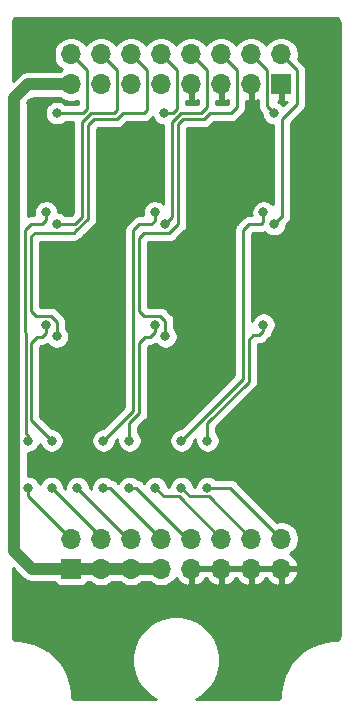
<source format=gbl>
%TF.GenerationSoftware,KiCad,Pcbnew,(5.1.9)-1*%
%TF.CreationDate,2021-08-13T19:59:19+01:00*%
%TF.ProjectId,PullUpDown,50756c6c-5570-4446-9f77-6e2e6b696361,rev?*%
%TF.SameCoordinates,Original*%
%TF.FileFunction,Copper,L2,Bot*%
%TF.FilePolarity,Positive*%
%FSLAX46Y46*%
G04 Gerber Fmt 4.6, Leading zero omitted, Abs format (unit mm)*
G04 Created by KiCad (PCBNEW (5.1.9)-1) date 2021-08-13 19:59:19*
%MOMM*%
%LPD*%
G01*
G04 APERTURE LIST*
%TA.AperFunction,ComponentPad*%
%ADD10R,1.700000X1.700000*%
%TD*%
%TA.AperFunction,ComponentPad*%
%ADD11O,1.700000X1.700000*%
%TD*%
%TA.AperFunction,ViaPad*%
%ADD12C,0.800000*%
%TD*%
%TA.AperFunction,Conductor*%
%ADD13C,1.000000*%
%TD*%
%TA.AperFunction,Conductor*%
%ADD14C,0.250000*%
%TD*%
%TA.AperFunction,Conductor*%
%ADD15C,0.254000*%
%TD*%
%TA.AperFunction,Conductor*%
%ADD16C,0.100000*%
%TD*%
G04 APERTURE END LIST*
D10*
%TO.P,J1,1*%
%TO.N,+5V*%
X26110000Y-67770000D03*
D11*
%TO.P,J1,2*%
%TO.N,O0*%
X26110000Y-65230000D03*
%TO.P,J1,3*%
%TO.N,+5V*%
X28650000Y-67770000D03*
%TO.P,J1,4*%
%TO.N,O1*%
X28650000Y-65230000D03*
%TO.P,J1,5*%
%TO.N,+5V*%
X31190000Y-67770000D03*
%TO.P,J1,6*%
%TO.N,O2*%
X31190000Y-65230000D03*
%TO.P,J1,7*%
%TO.N,+5V*%
X33730000Y-67770000D03*
%TO.P,J1,8*%
%TO.N,O3*%
X33730000Y-65230000D03*
%TO.P,J1,9*%
%TO.N,GND*%
X36270000Y-67770000D03*
%TO.P,J1,10*%
%TO.N,O4*%
X36270000Y-65230000D03*
%TO.P,J1,11*%
%TO.N,GND*%
X38810000Y-67770000D03*
%TO.P,J1,12*%
%TO.N,O5*%
X38810000Y-65230000D03*
%TO.P,J1,13*%
%TO.N,GND*%
X41350000Y-67770000D03*
%TO.P,J1,14*%
%TO.N,O6*%
X41350000Y-65230000D03*
%TO.P,J1,15*%
%TO.N,GND*%
X43890000Y-67770000D03*
%TO.P,J1,16*%
%TO.N,O7*%
X43890000Y-65230000D03*
%TD*%
D10*
%TO.P,J2,1*%
%TO.N,GND*%
X43890000Y-26770000D03*
D11*
%TO.P,J2,2*%
%TO.N,I7*%
X43890000Y-24230000D03*
%TO.P,J2,3*%
%TO.N,GND*%
X41350000Y-26770000D03*
%TO.P,J2,4*%
%TO.N,I6*%
X41350000Y-24230000D03*
%TO.P,J2,5*%
%TO.N,GND*%
X38810000Y-26770000D03*
%TO.P,J2,6*%
%TO.N,I5*%
X38810000Y-24230000D03*
%TO.P,J2,7*%
%TO.N,GND*%
X36270000Y-26770000D03*
%TO.P,J2,8*%
%TO.N,I4*%
X36270000Y-24230000D03*
%TO.P,J2,9*%
%TO.N,+5V*%
X33730000Y-26770000D03*
%TO.P,J2,10*%
%TO.N,I3*%
X33730000Y-24230000D03*
%TO.P,J2,11*%
%TO.N,+5V*%
X31190000Y-26770000D03*
%TO.P,J2,12*%
%TO.N,I2*%
X31190000Y-24230000D03*
%TO.P,J2,13*%
%TO.N,+5V*%
X28650000Y-26770000D03*
%TO.P,J2,14*%
%TO.N,I1*%
X28650000Y-24230000D03*
%TO.P,J2,15*%
%TO.N,+5V*%
X26110000Y-26770000D03*
%TO.P,J2,16*%
%TO.N,I0*%
X26110000Y-24230000D03*
%TD*%
D12*
%TO.N,GND*%
X23765000Y-72525000D03*
X45990000Y-72525000D03*
X22749000Y-28329000D03*
X30813500Y-32583500D03*
X40021000Y-32647000D03*
X28654500Y-38171500D03*
X28654500Y-47633000D03*
X37862000Y-38171500D03*
X37862000Y-47633000D03*
X47069500Y-38171500D03*
X43356000Y-61424000D03*
%TO.N,O0*%
X22460000Y-60924000D03*
%TO.N,O1*%
X24456000Y-60924000D03*
%TO.N,O3*%
X28856000Y-60924000D03*
%TO.N,O4*%
X31056000Y-60924000D03*
%TO.N,O5*%
X33256000Y-60924000D03*
%TO.N,O6*%
X35456000Y-60924000D03*
%TO.N,O7*%
X37656000Y-60924000D03*
%TO.N,O2*%
X26656000Y-60924000D03*
%TO.N,I0*%
X24900000Y-29200000D03*
%TO.N,I7*%
X43300000Y-38600000D03*
%TO.N,I6*%
X43300000Y-29200000D03*
%TO.N,I5*%
X34100000Y-48100000D03*
%TO.N,I4*%
X34100000Y-38600000D03*
%TO.N,I3*%
X34000000Y-29200000D03*
%TO.N,I2*%
X24900000Y-48100000D03*
%TO.N,I1*%
X24900000Y-38600000D03*
%TO.N,Net-(Q10-Pad3)*%
X33200000Y-47100000D03*
X31056000Y-56924000D03*
%TO.N,Net-(Q1-Pad3)*%
X24000000Y-37600000D03*
X22460000Y-56924000D03*
%TO.N,Net-(Q3-Pad3)*%
X24000000Y-47100000D03*
X24456000Y-56924000D03*
%TO.N,Net-(Q7-Pad3)*%
X33200000Y-37600000D03*
X28856000Y-56924000D03*
%TO.N,Net-(Q13-Pad3)*%
X42400000Y-37600000D03*
X35456000Y-56924000D03*
%TO.N,Net-(Q15-Pad3)*%
X42400000Y-47100000D03*
X37656000Y-56924000D03*
%TD*%
D13*
%TO.N,+5V*%
X33730000Y-67770000D02*
X31190000Y-67770000D01*
X31190000Y-67770000D02*
X28650000Y-67770000D01*
X26110000Y-67770000D02*
X28650000Y-67770000D01*
X22820000Y-67770000D02*
X26110000Y-67770000D01*
X21300000Y-66300000D02*
X22820000Y-67770000D01*
X21300000Y-27900000D02*
X21300000Y-66300000D01*
X22500000Y-26770000D02*
X21300000Y-27900000D01*
X26110000Y-26770000D02*
X22500000Y-26770000D01*
D14*
%TO.N,O0*%
X22460000Y-61580000D02*
X26110000Y-65230000D01*
X22460000Y-60924000D02*
X22460000Y-61580000D01*
%TO.N,O1*%
X28650000Y-65118000D02*
X28650000Y-65230000D01*
X24456000Y-60924000D02*
X28650000Y-65118000D01*
%TO.N,O3*%
X29424000Y-60924000D02*
X33730000Y-65230000D01*
X28856000Y-60924000D02*
X29424000Y-60924000D01*
%TO.N,O4*%
X35927685Y-65230000D02*
X36270000Y-65230000D01*
X31621685Y-60924000D02*
X35927685Y-65230000D01*
X31056000Y-60924000D02*
X31621685Y-60924000D01*
%TO.N,O5*%
X35229001Y-61649001D02*
X38810000Y-65230000D01*
X33981001Y-61649001D02*
X35229001Y-61649001D01*
X33256000Y-60924000D02*
X33981001Y-61649001D01*
%TO.N,O6*%
X37769001Y-61649001D02*
X41350000Y-65230000D01*
X36181001Y-61649001D02*
X37769001Y-61649001D01*
X35456000Y-60924000D02*
X36181001Y-61649001D01*
%TO.N,O7*%
X39584000Y-60924000D02*
X43890000Y-65230000D01*
X37656000Y-60924000D02*
X39584000Y-60924000D01*
%TO.N,O2*%
X30962000Y-65230000D02*
X31190000Y-65230000D01*
X26656000Y-60924000D02*
X30962000Y-65230000D01*
%TO.N,I0*%
X26110000Y-24230000D02*
X27285001Y-25405001D01*
X27448000Y-25568000D02*
X26110000Y-24230000D01*
X27448000Y-28837000D02*
X27448000Y-25568000D01*
X27085000Y-29200000D02*
X27448000Y-28837000D01*
X24900000Y-29200000D02*
X27085000Y-29200000D01*
%TO.N,I7*%
X45228000Y-25568000D02*
X43890000Y-24230000D01*
X45228000Y-28456000D02*
X45228000Y-25568000D01*
X43958000Y-29726000D02*
X45228000Y-28456000D01*
X43958000Y-37981000D02*
X43958000Y-29726000D01*
X43919000Y-37981000D02*
X43958000Y-37981000D01*
X43300000Y-38600000D02*
X43919000Y-37981000D01*
%TO.N,I6*%
X42688000Y-28588000D02*
X43300000Y-29200000D01*
X42688000Y-25568000D02*
X42688000Y-28588000D01*
X41350000Y-24230000D02*
X42688000Y-25568000D01*
%TO.N,I5*%
X39640000Y-29218000D02*
X40148000Y-28710000D01*
X40148000Y-28710000D02*
X40148000Y-25568000D01*
X34100000Y-48100000D02*
X34100000Y-46792000D01*
X34100000Y-46792000D02*
X33671000Y-46363000D01*
X37354000Y-29726000D02*
X37862000Y-29218000D01*
X33671000Y-46363000D02*
X32274000Y-46363000D01*
X40148000Y-25568000D02*
X38810000Y-24230000D01*
X32274000Y-46363000D02*
X31893000Y-45982000D01*
X31893000Y-45982000D02*
X31893000Y-39759000D01*
X31893000Y-39759000D02*
X32274000Y-39378000D01*
X35195000Y-30108410D02*
X35577410Y-29726000D01*
X35577410Y-29726000D02*
X37354000Y-29726000D01*
X32274000Y-39378000D02*
X34433000Y-39378000D01*
X37862000Y-29218000D02*
X39640000Y-29218000D01*
X34433000Y-39378000D02*
X35195000Y-38616000D01*
X35195000Y-38616000D02*
X35195000Y-30108410D01*
%TO.N,I4*%
X34687000Y-29980000D02*
X34687000Y-38013000D01*
X35449000Y-29218000D02*
X34687000Y-29980000D01*
X37100000Y-29218000D02*
X35449000Y-29218000D01*
X37608000Y-28710000D02*
X37100000Y-29218000D01*
X34687000Y-38013000D02*
X34100000Y-38600000D01*
X37608000Y-25568000D02*
X37608000Y-28710000D01*
X36270000Y-24230000D02*
X37608000Y-25568000D01*
%TO.N,I3*%
X34705000Y-29200000D02*
X34000000Y-29200000D01*
X35068000Y-28837000D02*
X34705000Y-29200000D01*
X35068000Y-25568000D02*
X35068000Y-28837000D01*
X33730000Y-24230000D02*
X35068000Y-25568000D01*
%TO.N,I2*%
X30496000Y-29218000D02*
X32274000Y-29218000D01*
X29988000Y-29726000D02*
X30496000Y-29218000D01*
X32528000Y-25568000D02*
X31190000Y-24230000D01*
X28083000Y-29726000D02*
X29988000Y-29726000D01*
X32528000Y-28964000D02*
X32528000Y-25568000D01*
X32274000Y-29218000D02*
X32528000Y-28964000D01*
X27575000Y-30234000D02*
X28083000Y-29726000D01*
X27517010Y-38167400D02*
X26560410Y-39124000D01*
X27517010Y-38165990D02*
X27517010Y-38167400D01*
X27575000Y-38108000D02*
X27517010Y-38165990D01*
X27575000Y-38108000D02*
X27575000Y-30234000D01*
X26560410Y-39124000D02*
X26559000Y-39124000D01*
X24900000Y-46863000D02*
X24900000Y-48100000D01*
X23130000Y-46363000D02*
X24400000Y-46363000D01*
X24400000Y-46363000D02*
X24900000Y-46863000D01*
X22749000Y-45982000D02*
X23130000Y-46363000D01*
X22749000Y-39632000D02*
X22749000Y-45982000D01*
X23055999Y-39325001D02*
X22749000Y-39632000D01*
X26359409Y-39325001D02*
X23055999Y-39325001D01*
X26560410Y-39124000D02*
X26359409Y-39325001D01*
%TO.N,I1*%
X27067000Y-29980000D02*
X27067000Y-37981000D01*
X27829000Y-29218000D02*
X27067000Y-29980000D01*
X29734000Y-29218000D02*
X27829000Y-29218000D01*
X26432000Y-38600000D02*
X24900000Y-38600000D01*
X27067000Y-37981000D02*
X26432000Y-38600000D01*
X29988000Y-25568000D02*
X29988000Y-28964000D01*
X28650000Y-24230000D02*
X29988000Y-25568000D01*
X29988000Y-28964000D02*
X29734000Y-29218000D01*
%TO.N,Net-(Q10-Pad3)*%
X32401000Y-48141000D02*
X31893000Y-48649000D01*
X32782000Y-48141000D02*
X32401000Y-48141000D01*
X33200000Y-47723000D02*
X32782000Y-48141000D01*
X33200000Y-47100000D02*
X33200000Y-47723000D01*
X31056000Y-55455000D02*
X31893000Y-54618000D01*
X31056000Y-56924000D02*
X31056000Y-55455000D01*
X31893000Y-48649000D02*
X31893000Y-54618000D01*
%TO.N,Net-(Q1-Pad3)*%
X22241000Y-39124000D02*
X22256000Y-56324000D01*
X22749000Y-38616000D02*
X22241000Y-39124000D01*
X23638000Y-38616000D02*
X22749000Y-38616000D01*
X24000000Y-38254000D02*
X23638000Y-38616000D01*
X24000000Y-37600000D02*
X24000000Y-38254000D01*
X22460000Y-56528000D02*
X22256000Y-56324000D01*
X22460000Y-56924000D02*
X22460000Y-56528000D01*
%TO.N,Net-(Q3-Pad3)*%
X24000000Y-47779000D02*
X24000000Y-47100000D01*
X23638000Y-48141000D02*
X24000000Y-47779000D01*
X23257000Y-48141000D02*
X23638000Y-48141000D01*
X22749000Y-48649000D02*
X23257000Y-48141000D01*
X24456000Y-56924000D02*
X22749000Y-55217000D01*
X22749000Y-55217000D02*
X22749000Y-48649000D01*
%TO.N,Net-(Q7-Pad3)*%
X31893000Y-38616000D02*
X31385000Y-39124000D01*
X32909000Y-38616000D02*
X31893000Y-38616000D01*
X33200000Y-38325000D02*
X32909000Y-38616000D01*
X33200000Y-37600000D02*
X33200000Y-38325000D01*
X31385000Y-54395000D02*
X31385000Y-53895000D01*
X28856000Y-56924000D02*
X31385000Y-54395000D01*
X31385000Y-39124000D02*
X31385000Y-53895000D01*
%TO.N,Net-(Q13-Pad3)*%
X42400000Y-37600000D02*
X42400000Y-38396000D01*
X42400000Y-38396000D02*
X42180000Y-38616000D01*
X42180000Y-38616000D02*
X41164000Y-38616000D01*
X41164000Y-38616000D02*
X40656000Y-39124000D01*
X40656000Y-51724000D02*
X40656000Y-51524000D01*
X40656000Y-39124000D02*
X40656000Y-51524000D01*
X35456000Y-56924000D02*
X40656000Y-51724000D01*
%TO.N,Net-(Q15-Pad3)*%
X41545000Y-48014000D02*
X41164000Y-48395000D01*
X42053000Y-48014000D02*
X41545000Y-48014000D01*
X42400000Y-47667000D02*
X42053000Y-48014000D01*
X42400000Y-47100000D02*
X42400000Y-47667000D01*
X37656000Y-56924000D02*
X37656000Y-55459000D01*
X37656000Y-55459000D02*
X41164000Y-51951000D01*
X41164000Y-48395000D02*
X41164000Y-51951000D01*
%TD*%
D15*
%TO.N,GND*%
X48565424Y-21169580D02*
X48628356Y-21188580D01*
X48686405Y-21219445D01*
X48737343Y-21260989D01*
X48779248Y-21311644D01*
X48810515Y-21369471D01*
X48829956Y-21432272D01*
X48840000Y-21527835D01*
X48840001Y-73467711D01*
X48830420Y-73565424D01*
X48811420Y-73628357D01*
X48780554Y-73686406D01*
X48739011Y-73737343D01*
X48688356Y-73779248D01*
X48630529Y-73810515D01*
X48567728Y-73829956D01*
X48471252Y-73840096D01*
X48469782Y-73840101D01*
X48441095Y-73843014D01*
X48412257Y-73842813D01*
X48403086Y-73843713D01*
X47626699Y-73925315D01*
X47568106Y-73937342D01*
X47509342Y-73948552D01*
X47500520Y-73951215D01*
X46754771Y-74182063D01*
X46699608Y-74205251D01*
X46644162Y-74227653D01*
X46636026Y-74231979D01*
X45949316Y-74603282D01*
X45899741Y-74636721D01*
X45849670Y-74669486D01*
X45842529Y-74675311D01*
X45241017Y-75172924D01*
X45198863Y-75215374D01*
X45156127Y-75257224D01*
X45150253Y-75264324D01*
X44656852Y-75869295D01*
X44623764Y-75919096D01*
X44589953Y-75968476D01*
X44585570Y-75976582D01*
X44219071Y-76665867D01*
X44196280Y-76721161D01*
X44172710Y-76776154D01*
X44169985Y-76784957D01*
X43944348Y-77532302D01*
X43932725Y-77591005D01*
X43920292Y-77649494D01*
X43919329Y-77658658D01*
X43843151Y-78435581D01*
X43843150Y-78435595D01*
X43830420Y-78565424D01*
X43811420Y-78628357D01*
X43780554Y-78686406D01*
X43739011Y-78737343D01*
X43688356Y-78779248D01*
X43630529Y-78810515D01*
X43567728Y-78829956D01*
X43472165Y-78840000D01*
X36675645Y-78840000D01*
X36765396Y-78802824D01*
X37375824Y-78394950D01*
X37894950Y-77875824D01*
X38302824Y-77265396D01*
X38583773Y-76587126D01*
X38727000Y-75867077D01*
X38727000Y-75132923D01*
X38583773Y-74412874D01*
X38302824Y-73734604D01*
X37894950Y-73124176D01*
X37375824Y-72605050D01*
X36765396Y-72197176D01*
X36087126Y-71916227D01*
X35367077Y-71773000D01*
X34632923Y-71773000D01*
X33912874Y-71916227D01*
X33234604Y-72197176D01*
X32624176Y-72605050D01*
X32105050Y-73124176D01*
X31697176Y-73734604D01*
X31416227Y-74412874D01*
X31273000Y-75132923D01*
X31273000Y-75867077D01*
X31416227Y-76587126D01*
X31697176Y-77265396D01*
X32105050Y-77875824D01*
X32624176Y-78394950D01*
X33234604Y-78802824D01*
X33324355Y-78840000D01*
X26532279Y-78840000D01*
X26434576Y-78830420D01*
X26371643Y-78811420D01*
X26313594Y-78780554D01*
X26262657Y-78739011D01*
X26220752Y-78688356D01*
X26189485Y-78630529D01*
X26170044Y-78567728D01*
X26159904Y-78471252D01*
X26159899Y-78469782D01*
X26156986Y-78441095D01*
X26157187Y-78412257D01*
X26156287Y-78403086D01*
X26074685Y-77626699D01*
X26062658Y-77568106D01*
X26051448Y-77509342D01*
X26048785Y-77500520D01*
X25817937Y-76754771D01*
X25794749Y-76699608D01*
X25772347Y-76644162D01*
X25768021Y-76636026D01*
X25396718Y-75949316D01*
X25363279Y-75899741D01*
X25330514Y-75849670D01*
X25324689Y-75842529D01*
X24827076Y-75241017D01*
X24784621Y-75198858D01*
X24742776Y-75156127D01*
X24735676Y-75150253D01*
X24130705Y-74656852D01*
X24080904Y-74623764D01*
X24031524Y-74589953D01*
X24023418Y-74585570D01*
X23334133Y-74219071D01*
X23278839Y-74196280D01*
X23223846Y-74172710D01*
X23215043Y-74169985D01*
X22467698Y-73944348D01*
X22408995Y-73932725D01*
X22350506Y-73920292D01*
X22341342Y-73919329D01*
X21564419Y-73843151D01*
X21564405Y-73843150D01*
X21434576Y-73830420D01*
X21371643Y-73811420D01*
X21313594Y-73780554D01*
X21262657Y-73739011D01*
X21220752Y-73688356D01*
X21189485Y-73630529D01*
X21170044Y-73567728D01*
X21160000Y-73472165D01*
X21160000Y-67743558D01*
X21984048Y-68540500D01*
X22013551Y-68576449D01*
X22064204Y-68618019D01*
X22071041Y-68624631D01*
X22107294Y-68653382D01*
X22186377Y-68718284D01*
X22194823Y-68722798D01*
X22202321Y-68728745D01*
X22293323Y-68775447D01*
X22383553Y-68823676D01*
X22392714Y-68826455D01*
X22401231Y-68830826D01*
X22499616Y-68858884D01*
X22597501Y-68888577D01*
X22607026Y-68889515D01*
X22616234Y-68892141D01*
X22718186Y-68900463D01*
X22764248Y-68905000D01*
X22773762Y-68905000D01*
X22839069Y-68910331D01*
X22885264Y-68905000D01*
X24692317Y-68905000D01*
X24729463Y-68974494D01*
X24808815Y-69071185D01*
X24905506Y-69150537D01*
X25015820Y-69209502D01*
X25135518Y-69245812D01*
X25260000Y-69258072D01*
X26960000Y-69258072D01*
X27084482Y-69245812D01*
X27204180Y-69209502D01*
X27314494Y-69150537D01*
X27411185Y-69071185D01*
X27490537Y-68974494D01*
X27527683Y-68905000D01*
X27684893Y-68905000D01*
X27703368Y-68923475D01*
X27946589Y-69085990D01*
X28216842Y-69197932D01*
X28503740Y-69255000D01*
X28796260Y-69255000D01*
X29083158Y-69197932D01*
X29353411Y-69085990D01*
X29596632Y-68923475D01*
X29615107Y-68905000D01*
X30224893Y-68905000D01*
X30243368Y-68923475D01*
X30486589Y-69085990D01*
X30756842Y-69197932D01*
X31043740Y-69255000D01*
X31336260Y-69255000D01*
X31623158Y-69197932D01*
X31893411Y-69085990D01*
X32136632Y-68923475D01*
X32155107Y-68905000D01*
X32764893Y-68905000D01*
X32783368Y-68923475D01*
X33026589Y-69085990D01*
X33296842Y-69197932D01*
X33583740Y-69255000D01*
X33876260Y-69255000D01*
X34163158Y-69197932D01*
X34433411Y-69085990D01*
X34676632Y-68923475D01*
X34883475Y-68716632D01*
X35005195Y-68534466D01*
X35074822Y-68651355D01*
X35269731Y-68867588D01*
X35503080Y-69041641D01*
X35765901Y-69166825D01*
X35913110Y-69211476D01*
X36143000Y-69090155D01*
X36143000Y-67897000D01*
X36397000Y-67897000D01*
X36397000Y-69090155D01*
X36626890Y-69211476D01*
X36774099Y-69166825D01*
X37036920Y-69041641D01*
X37270269Y-68867588D01*
X37465178Y-68651355D01*
X37540000Y-68525745D01*
X37614822Y-68651355D01*
X37809731Y-68867588D01*
X38043080Y-69041641D01*
X38305901Y-69166825D01*
X38453110Y-69211476D01*
X38683000Y-69090155D01*
X38683000Y-67897000D01*
X38937000Y-67897000D01*
X38937000Y-69090155D01*
X39166890Y-69211476D01*
X39314099Y-69166825D01*
X39576920Y-69041641D01*
X39810269Y-68867588D01*
X40005178Y-68651355D01*
X40080000Y-68525745D01*
X40154822Y-68651355D01*
X40349731Y-68867588D01*
X40583080Y-69041641D01*
X40845901Y-69166825D01*
X40993110Y-69211476D01*
X41223000Y-69090155D01*
X41223000Y-67897000D01*
X41477000Y-67897000D01*
X41477000Y-69090155D01*
X41706890Y-69211476D01*
X41854099Y-69166825D01*
X42116920Y-69041641D01*
X42350269Y-68867588D01*
X42545178Y-68651355D01*
X42620000Y-68525745D01*
X42694822Y-68651355D01*
X42889731Y-68867588D01*
X43123080Y-69041641D01*
X43385901Y-69166825D01*
X43533110Y-69211476D01*
X43763000Y-69090155D01*
X43763000Y-67897000D01*
X44017000Y-67897000D01*
X44017000Y-69090155D01*
X44246890Y-69211476D01*
X44394099Y-69166825D01*
X44656920Y-69041641D01*
X44890269Y-68867588D01*
X45085178Y-68651355D01*
X45234157Y-68401252D01*
X45331481Y-68126891D01*
X45210814Y-67897000D01*
X44017000Y-67897000D01*
X43763000Y-67897000D01*
X41477000Y-67897000D01*
X41223000Y-67897000D01*
X38937000Y-67897000D01*
X38683000Y-67897000D01*
X36397000Y-67897000D01*
X36143000Y-67897000D01*
X36123000Y-67897000D01*
X36123000Y-67643000D01*
X36143000Y-67643000D01*
X36143000Y-67623000D01*
X36397000Y-67623000D01*
X36397000Y-67643000D01*
X38683000Y-67643000D01*
X38683000Y-67623000D01*
X38937000Y-67623000D01*
X38937000Y-67643000D01*
X41223000Y-67643000D01*
X41223000Y-67623000D01*
X41477000Y-67623000D01*
X41477000Y-67643000D01*
X43763000Y-67643000D01*
X43763000Y-67623000D01*
X44017000Y-67623000D01*
X44017000Y-67643000D01*
X45210814Y-67643000D01*
X45331481Y-67413109D01*
X45234157Y-67138748D01*
X45085178Y-66888645D01*
X44890269Y-66672412D01*
X44660594Y-66501100D01*
X44836632Y-66383475D01*
X45043475Y-66176632D01*
X45205990Y-65933411D01*
X45317932Y-65663158D01*
X45375000Y-65376260D01*
X45375000Y-65083740D01*
X45317932Y-64796842D01*
X45205990Y-64526589D01*
X45043475Y-64283368D01*
X44836632Y-64076525D01*
X44593411Y-63914010D01*
X44323158Y-63802068D01*
X44036260Y-63745000D01*
X43743740Y-63745000D01*
X43523592Y-63788790D01*
X40147804Y-60413003D01*
X40124001Y-60383999D01*
X40008276Y-60289026D01*
X39876247Y-60218454D01*
X39732986Y-60174997D01*
X39621333Y-60164000D01*
X39621322Y-60164000D01*
X39584000Y-60160324D01*
X39546678Y-60164000D01*
X38359711Y-60164000D01*
X38315774Y-60120063D01*
X38146256Y-60006795D01*
X37957898Y-59928774D01*
X37757939Y-59889000D01*
X37554061Y-59889000D01*
X37354102Y-59928774D01*
X37165744Y-60006795D01*
X36996226Y-60120063D01*
X36852063Y-60264226D01*
X36738795Y-60433744D01*
X36660774Y-60622102D01*
X36621000Y-60822061D01*
X36621000Y-60889001D01*
X36495803Y-60889001D01*
X36491000Y-60884198D01*
X36491000Y-60822061D01*
X36451226Y-60622102D01*
X36373205Y-60433744D01*
X36259937Y-60264226D01*
X36115774Y-60120063D01*
X35946256Y-60006795D01*
X35757898Y-59928774D01*
X35557939Y-59889000D01*
X35354061Y-59889000D01*
X35154102Y-59928774D01*
X34965744Y-60006795D01*
X34796226Y-60120063D01*
X34652063Y-60264226D01*
X34538795Y-60433744D01*
X34460774Y-60622102D01*
X34421000Y-60822061D01*
X34421000Y-60889001D01*
X34295803Y-60889001D01*
X34291000Y-60884198D01*
X34291000Y-60822061D01*
X34251226Y-60622102D01*
X34173205Y-60433744D01*
X34059937Y-60264226D01*
X33915774Y-60120063D01*
X33746256Y-60006795D01*
X33557898Y-59928774D01*
X33357939Y-59889000D01*
X33154061Y-59889000D01*
X32954102Y-59928774D01*
X32765744Y-60006795D01*
X32596226Y-60120063D01*
X32452063Y-60264226D01*
X32338795Y-60433744D01*
X32299967Y-60527481D01*
X32185489Y-60413003D01*
X32161686Y-60383999D01*
X32045961Y-60289026D01*
X31913932Y-60218454D01*
X31770724Y-60175013D01*
X31715774Y-60120063D01*
X31546256Y-60006795D01*
X31357898Y-59928774D01*
X31157939Y-59889000D01*
X30954061Y-59889000D01*
X30754102Y-59928774D01*
X30565744Y-60006795D01*
X30396226Y-60120063D01*
X30252063Y-60264226D01*
X30138795Y-60433744D01*
X30100645Y-60525844D01*
X29987804Y-60413003D01*
X29964001Y-60383999D01*
X29848276Y-60289026D01*
X29716247Y-60218454D01*
X29572986Y-60174997D01*
X29570459Y-60174748D01*
X29515774Y-60120063D01*
X29346256Y-60006795D01*
X29157898Y-59928774D01*
X28957939Y-59889000D01*
X28754061Y-59889000D01*
X28554102Y-59928774D01*
X28365744Y-60006795D01*
X28196226Y-60120063D01*
X28052063Y-60264226D01*
X27938795Y-60433744D01*
X27860774Y-60622102D01*
X27821000Y-60822061D01*
X27821000Y-61014199D01*
X27691000Y-60884199D01*
X27691000Y-60822061D01*
X27651226Y-60622102D01*
X27573205Y-60433744D01*
X27459937Y-60264226D01*
X27315774Y-60120063D01*
X27146256Y-60006795D01*
X26957898Y-59928774D01*
X26757939Y-59889000D01*
X26554061Y-59889000D01*
X26354102Y-59928774D01*
X26165744Y-60006795D01*
X25996226Y-60120063D01*
X25852063Y-60264226D01*
X25738795Y-60433744D01*
X25660774Y-60622102D01*
X25621000Y-60822061D01*
X25621000Y-61014199D01*
X25491000Y-60884199D01*
X25491000Y-60822061D01*
X25451226Y-60622102D01*
X25373205Y-60433744D01*
X25259937Y-60264226D01*
X25115774Y-60120063D01*
X24946256Y-60006795D01*
X24757898Y-59928774D01*
X24557939Y-59889000D01*
X24354061Y-59889000D01*
X24154102Y-59928774D01*
X23965744Y-60006795D01*
X23796226Y-60120063D01*
X23652063Y-60264226D01*
X23538795Y-60433744D01*
X23460774Y-60622102D01*
X23458000Y-60636048D01*
X23455226Y-60622102D01*
X23377205Y-60433744D01*
X23263937Y-60264226D01*
X23119774Y-60120063D01*
X22950256Y-60006795D01*
X22761898Y-59928774D01*
X22561939Y-59889000D01*
X22435000Y-59889000D01*
X22435000Y-57959000D01*
X22561939Y-57959000D01*
X22761898Y-57919226D01*
X22950256Y-57841205D01*
X23119774Y-57727937D01*
X23263937Y-57583774D01*
X23377205Y-57414256D01*
X23455226Y-57225898D01*
X23458000Y-57211952D01*
X23460774Y-57225898D01*
X23538795Y-57414256D01*
X23652063Y-57583774D01*
X23796226Y-57727937D01*
X23965744Y-57841205D01*
X24154102Y-57919226D01*
X24354061Y-57959000D01*
X24557939Y-57959000D01*
X24757898Y-57919226D01*
X24946256Y-57841205D01*
X25115774Y-57727937D01*
X25259937Y-57583774D01*
X25373205Y-57414256D01*
X25451226Y-57225898D01*
X25491000Y-57025939D01*
X25491000Y-56822061D01*
X25451226Y-56622102D01*
X25373205Y-56433744D01*
X25259937Y-56264226D01*
X25115774Y-56120063D01*
X24946256Y-56006795D01*
X24757898Y-55928774D01*
X24557939Y-55889000D01*
X24495802Y-55889000D01*
X23509000Y-54902199D01*
X23509000Y-48963801D01*
X23571802Y-48901000D01*
X23600678Y-48901000D01*
X23638000Y-48904676D01*
X23675322Y-48901000D01*
X23675333Y-48901000D01*
X23786986Y-48890003D01*
X23930247Y-48846546D01*
X24062276Y-48775974D01*
X24091088Y-48752329D01*
X24096063Y-48759774D01*
X24240226Y-48903937D01*
X24409744Y-49017205D01*
X24598102Y-49095226D01*
X24798061Y-49135000D01*
X25001939Y-49135000D01*
X25201898Y-49095226D01*
X25390256Y-49017205D01*
X25559774Y-48903937D01*
X25703937Y-48759774D01*
X25817205Y-48590256D01*
X25895226Y-48401898D01*
X25935000Y-48201939D01*
X25935000Y-47998061D01*
X25895226Y-47798102D01*
X25817205Y-47609744D01*
X25703937Y-47440226D01*
X25660000Y-47396289D01*
X25660000Y-46900325D01*
X25663676Y-46863000D01*
X25660000Y-46825675D01*
X25660000Y-46825667D01*
X25649003Y-46714014D01*
X25605546Y-46570753D01*
X25534974Y-46438724D01*
X25440001Y-46322999D01*
X25410998Y-46299197D01*
X24963804Y-45852003D01*
X24940001Y-45822999D01*
X24824276Y-45728026D01*
X24692247Y-45657454D01*
X24548986Y-45613997D01*
X24437333Y-45603000D01*
X24437322Y-45603000D01*
X24400000Y-45599324D01*
X24362678Y-45603000D01*
X23509000Y-45603000D01*
X23509000Y-40085001D01*
X26322087Y-40085001D01*
X26359409Y-40088677D01*
X26396731Y-40085001D01*
X26396742Y-40085001D01*
X26508395Y-40074004D01*
X26651656Y-40030547D01*
X26783685Y-39959975D01*
X26899410Y-39865002D01*
X26923213Y-39835998D01*
X27071407Y-39687804D01*
X27100411Y-39664001D01*
X27124214Y-39634998D01*
X28028013Y-38731199D01*
X28057011Y-38707401D01*
X28086694Y-38671232D01*
X28115001Y-38648001D01*
X28209974Y-38532276D01*
X28280546Y-38400247D01*
X28324003Y-38256986D01*
X28335000Y-38145333D01*
X28335000Y-38145323D01*
X28338676Y-38108001D01*
X28335000Y-38070678D01*
X28335000Y-30548801D01*
X28397802Y-30486000D01*
X29950678Y-30486000D01*
X29988000Y-30489676D01*
X30025322Y-30486000D01*
X30025333Y-30486000D01*
X30136986Y-30475003D01*
X30280247Y-30431546D01*
X30412276Y-30360974D01*
X30528001Y-30266001D01*
X30551803Y-30236998D01*
X30810802Y-29978000D01*
X32236678Y-29978000D01*
X32274000Y-29981676D01*
X32311322Y-29978000D01*
X32311333Y-29978000D01*
X32422986Y-29967003D01*
X32566247Y-29923546D01*
X32698276Y-29852974D01*
X32814001Y-29758001D01*
X32837804Y-29728997D01*
X33022385Y-29544416D01*
X33082795Y-29690256D01*
X33196063Y-29859774D01*
X33340226Y-30003937D01*
X33509744Y-30117205D01*
X33698102Y-30195226D01*
X33898061Y-30235000D01*
X33927000Y-30235000D01*
X33927001Y-36863290D01*
X33859774Y-36796063D01*
X33690256Y-36682795D01*
X33501898Y-36604774D01*
X33301939Y-36565000D01*
X33098061Y-36565000D01*
X32898102Y-36604774D01*
X32709744Y-36682795D01*
X32540226Y-36796063D01*
X32396063Y-36940226D01*
X32282795Y-37109744D01*
X32204774Y-37298102D01*
X32165000Y-37498061D01*
X32165000Y-37701939D01*
X32195644Y-37856000D01*
X31930322Y-37856000D01*
X31892999Y-37852324D01*
X31855676Y-37856000D01*
X31855667Y-37856000D01*
X31744014Y-37866997D01*
X31600753Y-37910454D01*
X31468724Y-37981026D01*
X31352999Y-38075999D01*
X31329200Y-38104998D01*
X30874002Y-38560197D01*
X30844999Y-38583999D01*
X30808070Y-38628998D01*
X30750026Y-38699724D01*
X30688944Y-38813999D01*
X30679454Y-38831754D01*
X30635997Y-38975015D01*
X30625000Y-39086668D01*
X30625000Y-39086678D01*
X30621324Y-39124000D01*
X30625000Y-39161322D01*
X30625001Y-53857657D01*
X30625000Y-53857667D01*
X30625000Y-54080198D01*
X28816199Y-55889000D01*
X28754061Y-55889000D01*
X28554102Y-55928774D01*
X28365744Y-56006795D01*
X28196226Y-56120063D01*
X28052063Y-56264226D01*
X27938795Y-56433744D01*
X27860774Y-56622102D01*
X27821000Y-56822061D01*
X27821000Y-57025939D01*
X27860774Y-57225898D01*
X27938795Y-57414256D01*
X28052063Y-57583774D01*
X28196226Y-57727937D01*
X28365744Y-57841205D01*
X28554102Y-57919226D01*
X28754061Y-57959000D01*
X28957939Y-57959000D01*
X29157898Y-57919226D01*
X29346256Y-57841205D01*
X29515774Y-57727937D01*
X29659937Y-57583774D01*
X29773205Y-57414256D01*
X29851226Y-57225898D01*
X29891000Y-57025939D01*
X29891000Y-56963801D01*
X30021000Y-56833801D01*
X30021000Y-57025939D01*
X30060774Y-57225898D01*
X30138795Y-57414256D01*
X30252063Y-57583774D01*
X30396226Y-57727937D01*
X30565744Y-57841205D01*
X30754102Y-57919226D01*
X30954061Y-57959000D01*
X31157939Y-57959000D01*
X31357898Y-57919226D01*
X31546256Y-57841205D01*
X31715774Y-57727937D01*
X31859937Y-57583774D01*
X31973205Y-57414256D01*
X32051226Y-57225898D01*
X32091000Y-57025939D01*
X32091000Y-56822061D01*
X32051226Y-56622102D01*
X31973205Y-56433744D01*
X31859937Y-56264226D01*
X31816000Y-56220289D01*
X31816000Y-55769801D01*
X32404003Y-55181799D01*
X32433001Y-55158001D01*
X32527974Y-55042276D01*
X32598546Y-54910247D01*
X32642003Y-54766986D01*
X32653000Y-54655333D01*
X32653000Y-54655325D01*
X32656676Y-54618000D01*
X32653000Y-54580675D01*
X32653000Y-48963801D01*
X32715802Y-48901000D01*
X32744678Y-48901000D01*
X32782000Y-48904676D01*
X32819322Y-48901000D01*
X32819333Y-48901000D01*
X32930986Y-48890003D01*
X33074247Y-48846546D01*
X33206276Y-48775974D01*
X33271255Y-48722647D01*
X33296063Y-48759774D01*
X33440226Y-48903937D01*
X33609744Y-49017205D01*
X33798102Y-49095226D01*
X33998061Y-49135000D01*
X34201939Y-49135000D01*
X34401898Y-49095226D01*
X34590256Y-49017205D01*
X34759774Y-48903937D01*
X34903937Y-48759774D01*
X35017205Y-48590256D01*
X35095226Y-48401898D01*
X35135000Y-48201939D01*
X35135000Y-47998061D01*
X35095226Y-47798102D01*
X35017205Y-47609744D01*
X34903937Y-47440226D01*
X34860000Y-47396289D01*
X34860000Y-46829333D01*
X34863677Y-46792000D01*
X34849003Y-46643014D01*
X34805546Y-46499753D01*
X34734974Y-46367724D01*
X34722068Y-46351998D01*
X34640001Y-46251999D01*
X34610997Y-46228196D01*
X34234804Y-45852003D01*
X34211001Y-45822999D01*
X34095276Y-45728026D01*
X33963247Y-45657454D01*
X33819986Y-45613997D01*
X33708333Y-45603000D01*
X33708322Y-45603000D01*
X33671000Y-45599324D01*
X33633678Y-45603000D01*
X32653000Y-45603000D01*
X32653000Y-40138000D01*
X34395678Y-40138000D01*
X34433000Y-40141676D01*
X34470322Y-40138000D01*
X34470333Y-40138000D01*
X34581986Y-40127003D01*
X34725247Y-40083546D01*
X34857276Y-40012974D01*
X34973001Y-39918001D01*
X34996803Y-39888998D01*
X35706004Y-39179798D01*
X35735001Y-39156001D01*
X35829974Y-39040276D01*
X35900546Y-38908247D01*
X35944003Y-38764986D01*
X35955000Y-38653333D01*
X35955000Y-38653325D01*
X35958676Y-38616000D01*
X35955000Y-38578675D01*
X35955000Y-30486000D01*
X37316678Y-30486000D01*
X37354000Y-30489676D01*
X37391322Y-30486000D01*
X37391333Y-30486000D01*
X37502986Y-30475003D01*
X37646247Y-30431546D01*
X37778276Y-30360974D01*
X37894001Y-30266001D01*
X37917803Y-30236998D01*
X38176802Y-29978000D01*
X39602678Y-29978000D01*
X39640000Y-29981676D01*
X39677322Y-29978000D01*
X39677333Y-29978000D01*
X39788986Y-29967003D01*
X39932247Y-29923546D01*
X40064276Y-29852974D01*
X40180001Y-29758001D01*
X40203803Y-29728998D01*
X40659003Y-29273798D01*
X40688001Y-29250001D01*
X40782974Y-29134276D01*
X40853546Y-29002247D01*
X40897003Y-28858986D01*
X40908000Y-28747333D01*
X40908000Y-28747324D01*
X40911676Y-28710001D01*
X40908000Y-28672678D01*
X40908000Y-28185661D01*
X40993110Y-28211476D01*
X41223000Y-28090155D01*
X41223000Y-26897000D01*
X41203000Y-26897000D01*
X41203000Y-26643000D01*
X41223000Y-26643000D01*
X41223000Y-26623000D01*
X41477000Y-26623000D01*
X41477000Y-26643000D01*
X41497000Y-26643000D01*
X41497000Y-26897000D01*
X41477000Y-26897000D01*
X41477000Y-28090155D01*
X41706890Y-28211476D01*
X41854099Y-28166825D01*
X41928001Y-28131625D01*
X41928001Y-28550668D01*
X41924324Y-28588000D01*
X41928001Y-28625333D01*
X41938998Y-28736986D01*
X41942137Y-28747333D01*
X41982454Y-28880246D01*
X42053026Y-29012276D01*
X42099591Y-29069015D01*
X42148000Y-29128001D01*
X42176998Y-29151799D01*
X42265000Y-29239801D01*
X42265000Y-29301939D01*
X42304774Y-29501898D01*
X42382795Y-29690256D01*
X42496063Y-29859774D01*
X42640226Y-30003937D01*
X42809744Y-30117205D01*
X42998102Y-30195226D01*
X43198001Y-30234988D01*
X43198000Y-36934289D01*
X43059774Y-36796063D01*
X42890256Y-36682795D01*
X42701898Y-36604774D01*
X42501939Y-36565000D01*
X42298061Y-36565000D01*
X42098102Y-36604774D01*
X41909744Y-36682795D01*
X41740226Y-36796063D01*
X41596063Y-36940226D01*
X41482795Y-37109744D01*
X41404774Y-37298102D01*
X41365000Y-37498061D01*
X41365000Y-37701939D01*
X41395644Y-37856000D01*
X41201322Y-37856000D01*
X41163999Y-37852324D01*
X41126676Y-37856000D01*
X41126667Y-37856000D01*
X41015014Y-37866997D01*
X40871753Y-37910454D01*
X40739724Y-37981026D01*
X40623999Y-38075999D01*
X40600200Y-38104998D01*
X40145002Y-38560197D01*
X40115999Y-38583999D01*
X40079070Y-38628998D01*
X40021026Y-38699724D01*
X39959944Y-38813999D01*
X39950454Y-38831754D01*
X39906997Y-38975015D01*
X39896000Y-39086668D01*
X39896000Y-39086678D01*
X39892324Y-39124000D01*
X39896000Y-39161322D01*
X39896001Y-51409197D01*
X35416199Y-55889000D01*
X35354061Y-55889000D01*
X35154102Y-55928774D01*
X34965744Y-56006795D01*
X34796226Y-56120063D01*
X34652063Y-56264226D01*
X34538795Y-56433744D01*
X34460774Y-56622102D01*
X34421000Y-56822061D01*
X34421000Y-57025939D01*
X34460774Y-57225898D01*
X34538795Y-57414256D01*
X34652063Y-57583774D01*
X34796226Y-57727937D01*
X34965744Y-57841205D01*
X35154102Y-57919226D01*
X35354061Y-57959000D01*
X35557939Y-57959000D01*
X35757898Y-57919226D01*
X35946256Y-57841205D01*
X36115774Y-57727937D01*
X36259937Y-57583774D01*
X36373205Y-57414256D01*
X36451226Y-57225898D01*
X36491000Y-57025939D01*
X36491000Y-56963801D01*
X36621000Y-56833801D01*
X36621000Y-57025939D01*
X36660774Y-57225898D01*
X36738795Y-57414256D01*
X36852063Y-57583774D01*
X36996226Y-57727937D01*
X37165744Y-57841205D01*
X37354102Y-57919226D01*
X37554061Y-57959000D01*
X37757939Y-57959000D01*
X37957898Y-57919226D01*
X38146256Y-57841205D01*
X38315774Y-57727937D01*
X38459937Y-57583774D01*
X38573205Y-57414256D01*
X38651226Y-57225898D01*
X38691000Y-57025939D01*
X38691000Y-56822061D01*
X38651226Y-56622102D01*
X38573205Y-56433744D01*
X38459937Y-56264226D01*
X38416000Y-56220289D01*
X38416000Y-55773801D01*
X41675003Y-52514799D01*
X41704001Y-52491001D01*
X41798974Y-52375276D01*
X41869546Y-52243247D01*
X41913003Y-52099986D01*
X41924000Y-51988333D01*
X41924000Y-51988324D01*
X41927676Y-51951001D01*
X41924000Y-51913678D01*
X41924000Y-48774000D01*
X42015678Y-48774000D01*
X42053000Y-48777676D01*
X42090322Y-48774000D01*
X42090333Y-48774000D01*
X42201986Y-48763003D01*
X42345247Y-48719546D01*
X42477276Y-48648974D01*
X42593001Y-48554001D01*
X42616804Y-48524997D01*
X42910997Y-48230804D01*
X42940001Y-48207001D01*
X43034974Y-48091276D01*
X43105546Y-47959247D01*
X43149003Y-47815986D01*
X43149143Y-47814568D01*
X43203937Y-47759774D01*
X43317205Y-47590256D01*
X43395226Y-47401898D01*
X43435000Y-47201939D01*
X43435000Y-46998061D01*
X43395226Y-46798102D01*
X43317205Y-46609744D01*
X43203937Y-46440226D01*
X43059774Y-46296063D01*
X42890256Y-46182795D01*
X42701898Y-46104774D01*
X42501939Y-46065000D01*
X42298061Y-46065000D01*
X42098102Y-46104774D01*
X41909744Y-46182795D01*
X41740226Y-46296063D01*
X41596063Y-46440226D01*
X41482795Y-46609744D01*
X41416000Y-46771000D01*
X41416000Y-39438801D01*
X41478802Y-39376000D01*
X42142678Y-39376000D01*
X42180000Y-39379676D01*
X42217322Y-39376000D01*
X42217333Y-39376000D01*
X42328986Y-39365003D01*
X42472247Y-39321546D01*
X42528022Y-39291733D01*
X42640226Y-39403937D01*
X42809744Y-39517205D01*
X42998102Y-39595226D01*
X43198061Y-39635000D01*
X43401939Y-39635000D01*
X43601898Y-39595226D01*
X43790256Y-39517205D01*
X43959774Y-39403937D01*
X44103937Y-39259774D01*
X44217205Y-39090256D01*
X44295226Y-38901898D01*
X44335000Y-38701939D01*
X44335000Y-38641244D01*
X44382276Y-38615974D01*
X44498001Y-38521001D01*
X44592974Y-38405276D01*
X44663546Y-38273247D01*
X44707003Y-38129986D01*
X44721677Y-37981000D01*
X44718000Y-37943667D01*
X44718000Y-30040801D01*
X45739004Y-29019798D01*
X45768001Y-28996001D01*
X45862974Y-28880276D01*
X45933546Y-28748247D01*
X45977003Y-28604986D01*
X45988000Y-28493333D01*
X45988000Y-28493324D01*
X45991676Y-28456001D01*
X45988000Y-28418678D01*
X45988000Y-25605325D01*
X45991676Y-25568000D01*
X45988000Y-25530675D01*
X45988000Y-25530667D01*
X45977003Y-25419014D01*
X45933546Y-25275753D01*
X45862974Y-25143724D01*
X45768001Y-25027999D01*
X45739003Y-25004201D01*
X45331210Y-24596408D01*
X45375000Y-24376260D01*
X45375000Y-24083740D01*
X45317932Y-23796842D01*
X45205990Y-23526589D01*
X45043475Y-23283368D01*
X44836632Y-23076525D01*
X44593411Y-22914010D01*
X44323158Y-22802068D01*
X44036260Y-22745000D01*
X43743740Y-22745000D01*
X43456842Y-22802068D01*
X43186589Y-22914010D01*
X42943368Y-23076525D01*
X42736525Y-23283368D01*
X42620000Y-23457760D01*
X42503475Y-23283368D01*
X42296632Y-23076525D01*
X42053411Y-22914010D01*
X41783158Y-22802068D01*
X41496260Y-22745000D01*
X41203740Y-22745000D01*
X40916842Y-22802068D01*
X40646589Y-22914010D01*
X40403368Y-23076525D01*
X40196525Y-23283368D01*
X40080000Y-23457760D01*
X39963475Y-23283368D01*
X39756632Y-23076525D01*
X39513411Y-22914010D01*
X39243158Y-22802068D01*
X38956260Y-22745000D01*
X38663740Y-22745000D01*
X38376842Y-22802068D01*
X38106589Y-22914010D01*
X37863368Y-23076525D01*
X37656525Y-23283368D01*
X37540000Y-23457760D01*
X37423475Y-23283368D01*
X37216632Y-23076525D01*
X36973411Y-22914010D01*
X36703158Y-22802068D01*
X36416260Y-22745000D01*
X36123740Y-22745000D01*
X35836842Y-22802068D01*
X35566589Y-22914010D01*
X35323368Y-23076525D01*
X35116525Y-23283368D01*
X35000000Y-23457760D01*
X34883475Y-23283368D01*
X34676632Y-23076525D01*
X34433411Y-22914010D01*
X34163158Y-22802068D01*
X33876260Y-22745000D01*
X33583740Y-22745000D01*
X33296842Y-22802068D01*
X33026589Y-22914010D01*
X32783368Y-23076525D01*
X32576525Y-23283368D01*
X32460000Y-23457760D01*
X32343475Y-23283368D01*
X32136632Y-23076525D01*
X31893411Y-22914010D01*
X31623158Y-22802068D01*
X31336260Y-22745000D01*
X31043740Y-22745000D01*
X30756842Y-22802068D01*
X30486589Y-22914010D01*
X30243368Y-23076525D01*
X30036525Y-23283368D01*
X29920000Y-23457760D01*
X29803475Y-23283368D01*
X29596632Y-23076525D01*
X29353411Y-22914010D01*
X29083158Y-22802068D01*
X28796260Y-22745000D01*
X28503740Y-22745000D01*
X28216842Y-22802068D01*
X27946589Y-22914010D01*
X27703368Y-23076525D01*
X27496525Y-23283368D01*
X27380000Y-23457760D01*
X27263475Y-23283368D01*
X27056632Y-23076525D01*
X26813411Y-22914010D01*
X26543158Y-22802068D01*
X26256260Y-22745000D01*
X25963740Y-22745000D01*
X25676842Y-22802068D01*
X25406589Y-22914010D01*
X25163368Y-23076525D01*
X24956525Y-23283368D01*
X24794010Y-23526589D01*
X24682068Y-23796842D01*
X24625000Y-24083740D01*
X24625000Y-24376260D01*
X24682068Y-24663158D01*
X24794010Y-24933411D01*
X24956525Y-25176632D01*
X25163368Y-25383475D01*
X25337760Y-25500000D01*
X25163368Y-25616525D01*
X25144893Y-25635000D01*
X22572848Y-25635000D01*
X22534248Y-25630024D01*
X22461332Y-25635000D01*
X22444248Y-25635000D01*
X22405705Y-25638796D01*
X22311191Y-25645246D01*
X22294603Y-25649739D01*
X22277501Y-25651423D01*
X22186837Y-25678926D01*
X22095391Y-25703693D01*
X22079999Y-25711335D01*
X22063553Y-25716324D01*
X21979992Y-25760988D01*
X21895139Y-25803117D01*
X21881535Y-25813614D01*
X21866377Y-25821716D01*
X21793134Y-25881825D01*
X21762484Y-25905475D01*
X21750053Y-25917181D01*
X21693551Y-25963551D01*
X21668857Y-25993640D01*
X21160000Y-26472815D01*
X21160000Y-21532279D01*
X21169580Y-21434576D01*
X21188580Y-21371644D01*
X21219445Y-21313595D01*
X21260989Y-21262657D01*
X21311644Y-21220752D01*
X21369471Y-21189485D01*
X21432272Y-21170044D01*
X21527835Y-21160000D01*
X48467721Y-21160000D01*
X48565424Y-21169580D01*
%TA.AperFunction,Conductor*%
D16*
G36*
X48565424Y-21169580D02*
G01*
X48628356Y-21188580D01*
X48686405Y-21219445D01*
X48737343Y-21260989D01*
X48779248Y-21311644D01*
X48810515Y-21369471D01*
X48829956Y-21432272D01*
X48840000Y-21527835D01*
X48840001Y-73467711D01*
X48830420Y-73565424D01*
X48811420Y-73628357D01*
X48780554Y-73686406D01*
X48739011Y-73737343D01*
X48688356Y-73779248D01*
X48630529Y-73810515D01*
X48567728Y-73829956D01*
X48471252Y-73840096D01*
X48469782Y-73840101D01*
X48441095Y-73843014D01*
X48412257Y-73842813D01*
X48403086Y-73843713D01*
X47626699Y-73925315D01*
X47568106Y-73937342D01*
X47509342Y-73948552D01*
X47500520Y-73951215D01*
X46754771Y-74182063D01*
X46699608Y-74205251D01*
X46644162Y-74227653D01*
X46636026Y-74231979D01*
X45949316Y-74603282D01*
X45899741Y-74636721D01*
X45849670Y-74669486D01*
X45842529Y-74675311D01*
X45241017Y-75172924D01*
X45198863Y-75215374D01*
X45156127Y-75257224D01*
X45150253Y-75264324D01*
X44656852Y-75869295D01*
X44623764Y-75919096D01*
X44589953Y-75968476D01*
X44585570Y-75976582D01*
X44219071Y-76665867D01*
X44196280Y-76721161D01*
X44172710Y-76776154D01*
X44169985Y-76784957D01*
X43944348Y-77532302D01*
X43932725Y-77591005D01*
X43920292Y-77649494D01*
X43919329Y-77658658D01*
X43843151Y-78435581D01*
X43843150Y-78435595D01*
X43830420Y-78565424D01*
X43811420Y-78628357D01*
X43780554Y-78686406D01*
X43739011Y-78737343D01*
X43688356Y-78779248D01*
X43630529Y-78810515D01*
X43567728Y-78829956D01*
X43472165Y-78840000D01*
X36675645Y-78840000D01*
X36765396Y-78802824D01*
X37375824Y-78394950D01*
X37894950Y-77875824D01*
X38302824Y-77265396D01*
X38583773Y-76587126D01*
X38727000Y-75867077D01*
X38727000Y-75132923D01*
X38583773Y-74412874D01*
X38302824Y-73734604D01*
X37894950Y-73124176D01*
X37375824Y-72605050D01*
X36765396Y-72197176D01*
X36087126Y-71916227D01*
X35367077Y-71773000D01*
X34632923Y-71773000D01*
X33912874Y-71916227D01*
X33234604Y-72197176D01*
X32624176Y-72605050D01*
X32105050Y-73124176D01*
X31697176Y-73734604D01*
X31416227Y-74412874D01*
X31273000Y-75132923D01*
X31273000Y-75867077D01*
X31416227Y-76587126D01*
X31697176Y-77265396D01*
X32105050Y-77875824D01*
X32624176Y-78394950D01*
X33234604Y-78802824D01*
X33324355Y-78840000D01*
X26532279Y-78840000D01*
X26434576Y-78830420D01*
X26371643Y-78811420D01*
X26313594Y-78780554D01*
X26262657Y-78739011D01*
X26220752Y-78688356D01*
X26189485Y-78630529D01*
X26170044Y-78567728D01*
X26159904Y-78471252D01*
X26159899Y-78469782D01*
X26156986Y-78441095D01*
X26157187Y-78412257D01*
X26156287Y-78403086D01*
X26074685Y-77626699D01*
X26062658Y-77568106D01*
X26051448Y-77509342D01*
X26048785Y-77500520D01*
X25817937Y-76754771D01*
X25794749Y-76699608D01*
X25772347Y-76644162D01*
X25768021Y-76636026D01*
X25396718Y-75949316D01*
X25363279Y-75899741D01*
X25330514Y-75849670D01*
X25324689Y-75842529D01*
X24827076Y-75241017D01*
X24784621Y-75198858D01*
X24742776Y-75156127D01*
X24735676Y-75150253D01*
X24130705Y-74656852D01*
X24080904Y-74623764D01*
X24031524Y-74589953D01*
X24023418Y-74585570D01*
X23334133Y-74219071D01*
X23278839Y-74196280D01*
X23223846Y-74172710D01*
X23215043Y-74169985D01*
X22467698Y-73944348D01*
X22408995Y-73932725D01*
X22350506Y-73920292D01*
X22341342Y-73919329D01*
X21564419Y-73843151D01*
X21564405Y-73843150D01*
X21434576Y-73830420D01*
X21371643Y-73811420D01*
X21313594Y-73780554D01*
X21262657Y-73739011D01*
X21220752Y-73688356D01*
X21189485Y-73630529D01*
X21170044Y-73567728D01*
X21160000Y-73472165D01*
X21160000Y-67743558D01*
X21984048Y-68540500D01*
X22013551Y-68576449D01*
X22064204Y-68618019D01*
X22071041Y-68624631D01*
X22107294Y-68653382D01*
X22186377Y-68718284D01*
X22194823Y-68722798D01*
X22202321Y-68728745D01*
X22293323Y-68775447D01*
X22383553Y-68823676D01*
X22392714Y-68826455D01*
X22401231Y-68830826D01*
X22499616Y-68858884D01*
X22597501Y-68888577D01*
X22607026Y-68889515D01*
X22616234Y-68892141D01*
X22718186Y-68900463D01*
X22764248Y-68905000D01*
X22773762Y-68905000D01*
X22839069Y-68910331D01*
X22885264Y-68905000D01*
X24692317Y-68905000D01*
X24729463Y-68974494D01*
X24808815Y-69071185D01*
X24905506Y-69150537D01*
X25015820Y-69209502D01*
X25135518Y-69245812D01*
X25260000Y-69258072D01*
X26960000Y-69258072D01*
X27084482Y-69245812D01*
X27204180Y-69209502D01*
X27314494Y-69150537D01*
X27411185Y-69071185D01*
X27490537Y-68974494D01*
X27527683Y-68905000D01*
X27684893Y-68905000D01*
X27703368Y-68923475D01*
X27946589Y-69085990D01*
X28216842Y-69197932D01*
X28503740Y-69255000D01*
X28796260Y-69255000D01*
X29083158Y-69197932D01*
X29353411Y-69085990D01*
X29596632Y-68923475D01*
X29615107Y-68905000D01*
X30224893Y-68905000D01*
X30243368Y-68923475D01*
X30486589Y-69085990D01*
X30756842Y-69197932D01*
X31043740Y-69255000D01*
X31336260Y-69255000D01*
X31623158Y-69197932D01*
X31893411Y-69085990D01*
X32136632Y-68923475D01*
X32155107Y-68905000D01*
X32764893Y-68905000D01*
X32783368Y-68923475D01*
X33026589Y-69085990D01*
X33296842Y-69197932D01*
X33583740Y-69255000D01*
X33876260Y-69255000D01*
X34163158Y-69197932D01*
X34433411Y-69085990D01*
X34676632Y-68923475D01*
X34883475Y-68716632D01*
X35005195Y-68534466D01*
X35074822Y-68651355D01*
X35269731Y-68867588D01*
X35503080Y-69041641D01*
X35765901Y-69166825D01*
X35913110Y-69211476D01*
X36143000Y-69090155D01*
X36143000Y-67897000D01*
X36397000Y-67897000D01*
X36397000Y-69090155D01*
X36626890Y-69211476D01*
X36774099Y-69166825D01*
X37036920Y-69041641D01*
X37270269Y-68867588D01*
X37465178Y-68651355D01*
X37540000Y-68525745D01*
X37614822Y-68651355D01*
X37809731Y-68867588D01*
X38043080Y-69041641D01*
X38305901Y-69166825D01*
X38453110Y-69211476D01*
X38683000Y-69090155D01*
X38683000Y-67897000D01*
X38937000Y-67897000D01*
X38937000Y-69090155D01*
X39166890Y-69211476D01*
X39314099Y-69166825D01*
X39576920Y-69041641D01*
X39810269Y-68867588D01*
X40005178Y-68651355D01*
X40080000Y-68525745D01*
X40154822Y-68651355D01*
X40349731Y-68867588D01*
X40583080Y-69041641D01*
X40845901Y-69166825D01*
X40993110Y-69211476D01*
X41223000Y-69090155D01*
X41223000Y-67897000D01*
X41477000Y-67897000D01*
X41477000Y-69090155D01*
X41706890Y-69211476D01*
X41854099Y-69166825D01*
X42116920Y-69041641D01*
X42350269Y-68867588D01*
X42545178Y-68651355D01*
X42620000Y-68525745D01*
X42694822Y-68651355D01*
X42889731Y-68867588D01*
X43123080Y-69041641D01*
X43385901Y-69166825D01*
X43533110Y-69211476D01*
X43763000Y-69090155D01*
X43763000Y-67897000D01*
X44017000Y-67897000D01*
X44017000Y-69090155D01*
X44246890Y-69211476D01*
X44394099Y-69166825D01*
X44656920Y-69041641D01*
X44890269Y-68867588D01*
X45085178Y-68651355D01*
X45234157Y-68401252D01*
X45331481Y-68126891D01*
X45210814Y-67897000D01*
X44017000Y-67897000D01*
X43763000Y-67897000D01*
X41477000Y-67897000D01*
X41223000Y-67897000D01*
X38937000Y-67897000D01*
X38683000Y-67897000D01*
X36397000Y-67897000D01*
X36143000Y-67897000D01*
X36123000Y-67897000D01*
X36123000Y-67643000D01*
X36143000Y-67643000D01*
X36143000Y-67623000D01*
X36397000Y-67623000D01*
X36397000Y-67643000D01*
X38683000Y-67643000D01*
X38683000Y-67623000D01*
X38937000Y-67623000D01*
X38937000Y-67643000D01*
X41223000Y-67643000D01*
X41223000Y-67623000D01*
X41477000Y-67623000D01*
X41477000Y-67643000D01*
X43763000Y-67643000D01*
X43763000Y-67623000D01*
X44017000Y-67623000D01*
X44017000Y-67643000D01*
X45210814Y-67643000D01*
X45331481Y-67413109D01*
X45234157Y-67138748D01*
X45085178Y-66888645D01*
X44890269Y-66672412D01*
X44660594Y-66501100D01*
X44836632Y-66383475D01*
X45043475Y-66176632D01*
X45205990Y-65933411D01*
X45317932Y-65663158D01*
X45375000Y-65376260D01*
X45375000Y-65083740D01*
X45317932Y-64796842D01*
X45205990Y-64526589D01*
X45043475Y-64283368D01*
X44836632Y-64076525D01*
X44593411Y-63914010D01*
X44323158Y-63802068D01*
X44036260Y-63745000D01*
X43743740Y-63745000D01*
X43523592Y-63788790D01*
X40147804Y-60413003D01*
X40124001Y-60383999D01*
X40008276Y-60289026D01*
X39876247Y-60218454D01*
X39732986Y-60174997D01*
X39621333Y-60164000D01*
X39621322Y-60164000D01*
X39584000Y-60160324D01*
X39546678Y-60164000D01*
X38359711Y-60164000D01*
X38315774Y-60120063D01*
X38146256Y-60006795D01*
X37957898Y-59928774D01*
X37757939Y-59889000D01*
X37554061Y-59889000D01*
X37354102Y-59928774D01*
X37165744Y-60006795D01*
X36996226Y-60120063D01*
X36852063Y-60264226D01*
X36738795Y-60433744D01*
X36660774Y-60622102D01*
X36621000Y-60822061D01*
X36621000Y-60889001D01*
X36495803Y-60889001D01*
X36491000Y-60884198D01*
X36491000Y-60822061D01*
X36451226Y-60622102D01*
X36373205Y-60433744D01*
X36259937Y-60264226D01*
X36115774Y-60120063D01*
X35946256Y-60006795D01*
X35757898Y-59928774D01*
X35557939Y-59889000D01*
X35354061Y-59889000D01*
X35154102Y-59928774D01*
X34965744Y-60006795D01*
X34796226Y-60120063D01*
X34652063Y-60264226D01*
X34538795Y-60433744D01*
X34460774Y-60622102D01*
X34421000Y-60822061D01*
X34421000Y-60889001D01*
X34295803Y-60889001D01*
X34291000Y-60884198D01*
X34291000Y-60822061D01*
X34251226Y-60622102D01*
X34173205Y-60433744D01*
X34059937Y-60264226D01*
X33915774Y-60120063D01*
X33746256Y-60006795D01*
X33557898Y-59928774D01*
X33357939Y-59889000D01*
X33154061Y-59889000D01*
X32954102Y-59928774D01*
X32765744Y-60006795D01*
X32596226Y-60120063D01*
X32452063Y-60264226D01*
X32338795Y-60433744D01*
X32299967Y-60527481D01*
X32185489Y-60413003D01*
X32161686Y-60383999D01*
X32045961Y-60289026D01*
X31913932Y-60218454D01*
X31770724Y-60175013D01*
X31715774Y-60120063D01*
X31546256Y-60006795D01*
X31357898Y-59928774D01*
X31157939Y-59889000D01*
X30954061Y-59889000D01*
X30754102Y-59928774D01*
X30565744Y-60006795D01*
X30396226Y-60120063D01*
X30252063Y-60264226D01*
X30138795Y-60433744D01*
X30100645Y-60525844D01*
X29987804Y-60413003D01*
X29964001Y-60383999D01*
X29848276Y-60289026D01*
X29716247Y-60218454D01*
X29572986Y-60174997D01*
X29570459Y-60174748D01*
X29515774Y-60120063D01*
X29346256Y-60006795D01*
X29157898Y-59928774D01*
X28957939Y-59889000D01*
X28754061Y-59889000D01*
X28554102Y-59928774D01*
X28365744Y-60006795D01*
X28196226Y-60120063D01*
X28052063Y-60264226D01*
X27938795Y-60433744D01*
X27860774Y-60622102D01*
X27821000Y-60822061D01*
X27821000Y-61014199D01*
X27691000Y-60884199D01*
X27691000Y-60822061D01*
X27651226Y-60622102D01*
X27573205Y-60433744D01*
X27459937Y-60264226D01*
X27315774Y-60120063D01*
X27146256Y-60006795D01*
X26957898Y-59928774D01*
X26757939Y-59889000D01*
X26554061Y-59889000D01*
X26354102Y-59928774D01*
X26165744Y-60006795D01*
X25996226Y-60120063D01*
X25852063Y-60264226D01*
X25738795Y-60433744D01*
X25660774Y-60622102D01*
X25621000Y-60822061D01*
X25621000Y-61014199D01*
X25491000Y-60884199D01*
X25491000Y-60822061D01*
X25451226Y-60622102D01*
X25373205Y-60433744D01*
X25259937Y-60264226D01*
X25115774Y-60120063D01*
X24946256Y-60006795D01*
X24757898Y-59928774D01*
X24557939Y-59889000D01*
X24354061Y-59889000D01*
X24154102Y-59928774D01*
X23965744Y-60006795D01*
X23796226Y-60120063D01*
X23652063Y-60264226D01*
X23538795Y-60433744D01*
X23460774Y-60622102D01*
X23458000Y-60636048D01*
X23455226Y-60622102D01*
X23377205Y-60433744D01*
X23263937Y-60264226D01*
X23119774Y-60120063D01*
X22950256Y-60006795D01*
X22761898Y-59928774D01*
X22561939Y-59889000D01*
X22435000Y-59889000D01*
X22435000Y-57959000D01*
X22561939Y-57959000D01*
X22761898Y-57919226D01*
X22950256Y-57841205D01*
X23119774Y-57727937D01*
X23263937Y-57583774D01*
X23377205Y-57414256D01*
X23455226Y-57225898D01*
X23458000Y-57211952D01*
X23460774Y-57225898D01*
X23538795Y-57414256D01*
X23652063Y-57583774D01*
X23796226Y-57727937D01*
X23965744Y-57841205D01*
X24154102Y-57919226D01*
X24354061Y-57959000D01*
X24557939Y-57959000D01*
X24757898Y-57919226D01*
X24946256Y-57841205D01*
X25115774Y-57727937D01*
X25259937Y-57583774D01*
X25373205Y-57414256D01*
X25451226Y-57225898D01*
X25491000Y-57025939D01*
X25491000Y-56822061D01*
X25451226Y-56622102D01*
X25373205Y-56433744D01*
X25259937Y-56264226D01*
X25115774Y-56120063D01*
X24946256Y-56006795D01*
X24757898Y-55928774D01*
X24557939Y-55889000D01*
X24495802Y-55889000D01*
X23509000Y-54902199D01*
X23509000Y-48963801D01*
X23571802Y-48901000D01*
X23600678Y-48901000D01*
X23638000Y-48904676D01*
X23675322Y-48901000D01*
X23675333Y-48901000D01*
X23786986Y-48890003D01*
X23930247Y-48846546D01*
X24062276Y-48775974D01*
X24091088Y-48752329D01*
X24096063Y-48759774D01*
X24240226Y-48903937D01*
X24409744Y-49017205D01*
X24598102Y-49095226D01*
X24798061Y-49135000D01*
X25001939Y-49135000D01*
X25201898Y-49095226D01*
X25390256Y-49017205D01*
X25559774Y-48903937D01*
X25703937Y-48759774D01*
X25817205Y-48590256D01*
X25895226Y-48401898D01*
X25935000Y-48201939D01*
X25935000Y-47998061D01*
X25895226Y-47798102D01*
X25817205Y-47609744D01*
X25703937Y-47440226D01*
X25660000Y-47396289D01*
X25660000Y-46900325D01*
X25663676Y-46863000D01*
X25660000Y-46825675D01*
X25660000Y-46825667D01*
X25649003Y-46714014D01*
X25605546Y-46570753D01*
X25534974Y-46438724D01*
X25440001Y-46322999D01*
X25410998Y-46299197D01*
X24963804Y-45852003D01*
X24940001Y-45822999D01*
X24824276Y-45728026D01*
X24692247Y-45657454D01*
X24548986Y-45613997D01*
X24437333Y-45603000D01*
X24437322Y-45603000D01*
X24400000Y-45599324D01*
X24362678Y-45603000D01*
X23509000Y-45603000D01*
X23509000Y-40085001D01*
X26322087Y-40085001D01*
X26359409Y-40088677D01*
X26396731Y-40085001D01*
X26396742Y-40085001D01*
X26508395Y-40074004D01*
X26651656Y-40030547D01*
X26783685Y-39959975D01*
X26899410Y-39865002D01*
X26923213Y-39835998D01*
X27071407Y-39687804D01*
X27100411Y-39664001D01*
X27124214Y-39634998D01*
X28028013Y-38731199D01*
X28057011Y-38707401D01*
X28086694Y-38671232D01*
X28115001Y-38648001D01*
X28209974Y-38532276D01*
X28280546Y-38400247D01*
X28324003Y-38256986D01*
X28335000Y-38145333D01*
X28335000Y-38145323D01*
X28338676Y-38108001D01*
X28335000Y-38070678D01*
X28335000Y-30548801D01*
X28397802Y-30486000D01*
X29950678Y-30486000D01*
X29988000Y-30489676D01*
X30025322Y-30486000D01*
X30025333Y-30486000D01*
X30136986Y-30475003D01*
X30280247Y-30431546D01*
X30412276Y-30360974D01*
X30528001Y-30266001D01*
X30551803Y-30236998D01*
X30810802Y-29978000D01*
X32236678Y-29978000D01*
X32274000Y-29981676D01*
X32311322Y-29978000D01*
X32311333Y-29978000D01*
X32422986Y-29967003D01*
X32566247Y-29923546D01*
X32698276Y-29852974D01*
X32814001Y-29758001D01*
X32837804Y-29728997D01*
X33022385Y-29544416D01*
X33082795Y-29690256D01*
X33196063Y-29859774D01*
X33340226Y-30003937D01*
X33509744Y-30117205D01*
X33698102Y-30195226D01*
X33898061Y-30235000D01*
X33927000Y-30235000D01*
X33927001Y-36863290D01*
X33859774Y-36796063D01*
X33690256Y-36682795D01*
X33501898Y-36604774D01*
X33301939Y-36565000D01*
X33098061Y-36565000D01*
X32898102Y-36604774D01*
X32709744Y-36682795D01*
X32540226Y-36796063D01*
X32396063Y-36940226D01*
X32282795Y-37109744D01*
X32204774Y-37298102D01*
X32165000Y-37498061D01*
X32165000Y-37701939D01*
X32195644Y-37856000D01*
X31930322Y-37856000D01*
X31892999Y-37852324D01*
X31855676Y-37856000D01*
X31855667Y-37856000D01*
X31744014Y-37866997D01*
X31600753Y-37910454D01*
X31468724Y-37981026D01*
X31352999Y-38075999D01*
X31329200Y-38104998D01*
X30874002Y-38560197D01*
X30844999Y-38583999D01*
X30808070Y-38628998D01*
X30750026Y-38699724D01*
X30688944Y-38813999D01*
X30679454Y-38831754D01*
X30635997Y-38975015D01*
X30625000Y-39086668D01*
X30625000Y-39086678D01*
X30621324Y-39124000D01*
X30625000Y-39161322D01*
X30625001Y-53857657D01*
X30625000Y-53857667D01*
X30625000Y-54080198D01*
X28816199Y-55889000D01*
X28754061Y-55889000D01*
X28554102Y-55928774D01*
X28365744Y-56006795D01*
X28196226Y-56120063D01*
X28052063Y-56264226D01*
X27938795Y-56433744D01*
X27860774Y-56622102D01*
X27821000Y-56822061D01*
X27821000Y-57025939D01*
X27860774Y-57225898D01*
X27938795Y-57414256D01*
X28052063Y-57583774D01*
X28196226Y-57727937D01*
X28365744Y-57841205D01*
X28554102Y-57919226D01*
X28754061Y-57959000D01*
X28957939Y-57959000D01*
X29157898Y-57919226D01*
X29346256Y-57841205D01*
X29515774Y-57727937D01*
X29659937Y-57583774D01*
X29773205Y-57414256D01*
X29851226Y-57225898D01*
X29891000Y-57025939D01*
X29891000Y-56963801D01*
X30021000Y-56833801D01*
X30021000Y-57025939D01*
X30060774Y-57225898D01*
X30138795Y-57414256D01*
X30252063Y-57583774D01*
X30396226Y-57727937D01*
X30565744Y-57841205D01*
X30754102Y-57919226D01*
X30954061Y-57959000D01*
X31157939Y-57959000D01*
X31357898Y-57919226D01*
X31546256Y-57841205D01*
X31715774Y-57727937D01*
X31859937Y-57583774D01*
X31973205Y-57414256D01*
X32051226Y-57225898D01*
X32091000Y-57025939D01*
X32091000Y-56822061D01*
X32051226Y-56622102D01*
X31973205Y-56433744D01*
X31859937Y-56264226D01*
X31816000Y-56220289D01*
X31816000Y-55769801D01*
X32404003Y-55181799D01*
X32433001Y-55158001D01*
X32527974Y-55042276D01*
X32598546Y-54910247D01*
X32642003Y-54766986D01*
X32653000Y-54655333D01*
X32653000Y-54655325D01*
X32656676Y-54618000D01*
X32653000Y-54580675D01*
X32653000Y-48963801D01*
X32715802Y-48901000D01*
X32744678Y-48901000D01*
X32782000Y-48904676D01*
X32819322Y-48901000D01*
X32819333Y-48901000D01*
X32930986Y-48890003D01*
X33074247Y-48846546D01*
X33206276Y-48775974D01*
X33271255Y-48722647D01*
X33296063Y-48759774D01*
X33440226Y-48903937D01*
X33609744Y-49017205D01*
X33798102Y-49095226D01*
X33998061Y-49135000D01*
X34201939Y-49135000D01*
X34401898Y-49095226D01*
X34590256Y-49017205D01*
X34759774Y-48903937D01*
X34903937Y-48759774D01*
X35017205Y-48590256D01*
X35095226Y-48401898D01*
X35135000Y-48201939D01*
X35135000Y-47998061D01*
X35095226Y-47798102D01*
X35017205Y-47609744D01*
X34903937Y-47440226D01*
X34860000Y-47396289D01*
X34860000Y-46829333D01*
X34863677Y-46792000D01*
X34849003Y-46643014D01*
X34805546Y-46499753D01*
X34734974Y-46367724D01*
X34722068Y-46351998D01*
X34640001Y-46251999D01*
X34610997Y-46228196D01*
X34234804Y-45852003D01*
X34211001Y-45822999D01*
X34095276Y-45728026D01*
X33963247Y-45657454D01*
X33819986Y-45613997D01*
X33708333Y-45603000D01*
X33708322Y-45603000D01*
X33671000Y-45599324D01*
X33633678Y-45603000D01*
X32653000Y-45603000D01*
X32653000Y-40138000D01*
X34395678Y-40138000D01*
X34433000Y-40141676D01*
X34470322Y-40138000D01*
X34470333Y-40138000D01*
X34581986Y-40127003D01*
X34725247Y-40083546D01*
X34857276Y-40012974D01*
X34973001Y-39918001D01*
X34996803Y-39888998D01*
X35706004Y-39179798D01*
X35735001Y-39156001D01*
X35829974Y-39040276D01*
X35900546Y-38908247D01*
X35944003Y-38764986D01*
X35955000Y-38653333D01*
X35955000Y-38653325D01*
X35958676Y-38616000D01*
X35955000Y-38578675D01*
X35955000Y-30486000D01*
X37316678Y-30486000D01*
X37354000Y-30489676D01*
X37391322Y-30486000D01*
X37391333Y-30486000D01*
X37502986Y-30475003D01*
X37646247Y-30431546D01*
X37778276Y-30360974D01*
X37894001Y-30266001D01*
X37917803Y-30236998D01*
X38176802Y-29978000D01*
X39602678Y-29978000D01*
X39640000Y-29981676D01*
X39677322Y-29978000D01*
X39677333Y-29978000D01*
X39788986Y-29967003D01*
X39932247Y-29923546D01*
X40064276Y-29852974D01*
X40180001Y-29758001D01*
X40203803Y-29728998D01*
X40659003Y-29273798D01*
X40688001Y-29250001D01*
X40782974Y-29134276D01*
X40853546Y-29002247D01*
X40897003Y-28858986D01*
X40908000Y-28747333D01*
X40908000Y-28747324D01*
X40911676Y-28710001D01*
X40908000Y-28672678D01*
X40908000Y-28185661D01*
X40993110Y-28211476D01*
X41223000Y-28090155D01*
X41223000Y-26897000D01*
X41203000Y-26897000D01*
X41203000Y-26643000D01*
X41223000Y-26643000D01*
X41223000Y-26623000D01*
X41477000Y-26623000D01*
X41477000Y-26643000D01*
X41497000Y-26643000D01*
X41497000Y-26897000D01*
X41477000Y-26897000D01*
X41477000Y-28090155D01*
X41706890Y-28211476D01*
X41854099Y-28166825D01*
X41928001Y-28131625D01*
X41928001Y-28550668D01*
X41924324Y-28588000D01*
X41928001Y-28625333D01*
X41938998Y-28736986D01*
X41942137Y-28747333D01*
X41982454Y-28880246D01*
X42053026Y-29012276D01*
X42099591Y-29069015D01*
X42148000Y-29128001D01*
X42176998Y-29151799D01*
X42265000Y-29239801D01*
X42265000Y-29301939D01*
X42304774Y-29501898D01*
X42382795Y-29690256D01*
X42496063Y-29859774D01*
X42640226Y-30003937D01*
X42809744Y-30117205D01*
X42998102Y-30195226D01*
X43198001Y-30234988D01*
X43198000Y-36934289D01*
X43059774Y-36796063D01*
X42890256Y-36682795D01*
X42701898Y-36604774D01*
X42501939Y-36565000D01*
X42298061Y-36565000D01*
X42098102Y-36604774D01*
X41909744Y-36682795D01*
X41740226Y-36796063D01*
X41596063Y-36940226D01*
X41482795Y-37109744D01*
X41404774Y-37298102D01*
X41365000Y-37498061D01*
X41365000Y-37701939D01*
X41395644Y-37856000D01*
X41201322Y-37856000D01*
X41163999Y-37852324D01*
X41126676Y-37856000D01*
X41126667Y-37856000D01*
X41015014Y-37866997D01*
X40871753Y-37910454D01*
X40739724Y-37981026D01*
X40623999Y-38075999D01*
X40600200Y-38104998D01*
X40145002Y-38560197D01*
X40115999Y-38583999D01*
X40079070Y-38628998D01*
X40021026Y-38699724D01*
X39959944Y-38813999D01*
X39950454Y-38831754D01*
X39906997Y-38975015D01*
X39896000Y-39086668D01*
X39896000Y-39086678D01*
X39892324Y-39124000D01*
X39896000Y-39161322D01*
X39896001Y-51409197D01*
X35416199Y-55889000D01*
X35354061Y-55889000D01*
X35154102Y-55928774D01*
X34965744Y-56006795D01*
X34796226Y-56120063D01*
X34652063Y-56264226D01*
X34538795Y-56433744D01*
X34460774Y-56622102D01*
X34421000Y-56822061D01*
X34421000Y-57025939D01*
X34460774Y-57225898D01*
X34538795Y-57414256D01*
X34652063Y-57583774D01*
X34796226Y-57727937D01*
X34965744Y-57841205D01*
X35154102Y-57919226D01*
X35354061Y-57959000D01*
X35557939Y-57959000D01*
X35757898Y-57919226D01*
X35946256Y-57841205D01*
X36115774Y-57727937D01*
X36259937Y-57583774D01*
X36373205Y-57414256D01*
X36451226Y-57225898D01*
X36491000Y-57025939D01*
X36491000Y-56963801D01*
X36621000Y-56833801D01*
X36621000Y-57025939D01*
X36660774Y-57225898D01*
X36738795Y-57414256D01*
X36852063Y-57583774D01*
X36996226Y-57727937D01*
X37165744Y-57841205D01*
X37354102Y-57919226D01*
X37554061Y-57959000D01*
X37757939Y-57959000D01*
X37957898Y-57919226D01*
X38146256Y-57841205D01*
X38315774Y-57727937D01*
X38459937Y-57583774D01*
X38573205Y-57414256D01*
X38651226Y-57225898D01*
X38691000Y-57025939D01*
X38691000Y-56822061D01*
X38651226Y-56622102D01*
X38573205Y-56433744D01*
X38459937Y-56264226D01*
X38416000Y-56220289D01*
X38416000Y-55773801D01*
X41675003Y-52514799D01*
X41704001Y-52491001D01*
X41798974Y-52375276D01*
X41869546Y-52243247D01*
X41913003Y-52099986D01*
X41924000Y-51988333D01*
X41924000Y-51988324D01*
X41927676Y-51951001D01*
X41924000Y-51913678D01*
X41924000Y-48774000D01*
X42015678Y-48774000D01*
X42053000Y-48777676D01*
X42090322Y-48774000D01*
X42090333Y-48774000D01*
X42201986Y-48763003D01*
X42345247Y-48719546D01*
X42477276Y-48648974D01*
X42593001Y-48554001D01*
X42616804Y-48524997D01*
X42910997Y-48230804D01*
X42940001Y-48207001D01*
X43034974Y-48091276D01*
X43105546Y-47959247D01*
X43149003Y-47815986D01*
X43149143Y-47814568D01*
X43203937Y-47759774D01*
X43317205Y-47590256D01*
X43395226Y-47401898D01*
X43435000Y-47201939D01*
X43435000Y-46998061D01*
X43395226Y-46798102D01*
X43317205Y-46609744D01*
X43203937Y-46440226D01*
X43059774Y-46296063D01*
X42890256Y-46182795D01*
X42701898Y-46104774D01*
X42501939Y-46065000D01*
X42298061Y-46065000D01*
X42098102Y-46104774D01*
X41909744Y-46182795D01*
X41740226Y-46296063D01*
X41596063Y-46440226D01*
X41482795Y-46609744D01*
X41416000Y-46771000D01*
X41416000Y-39438801D01*
X41478802Y-39376000D01*
X42142678Y-39376000D01*
X42180000Y-39379676D01*
X42217322Y-39376000D01*
X42217333Y-39376000D01*
X42328986Y-39365003D01*
X42472247Y-39321546D01*
X42528022Y-39291733D01*
X42640226Y-39403937D01*
X42809744Y-39517205D01*
X42998102Y-39595226D01*
X43198061Y-39635000D01*
X43401939Y-39635000D01*
X43601898Y-39595226D01*
X43790256Y-39517205D01*
X43959774Y-39403937D01*
X44103937Y-39259774D01*
X44217205Y-39090256D01*
X44295226Y-38901898D01*
X44335000Y-38701939D01*
X44335000Y-38641244D01*
X44382276Y-38615974D01*
X44498001Y-38521001D01*
X44592974Y-38405276D01*
X44663546Y-38273247D01*
X44707003Y-38129986D01*
X44721677Y-37981000D01*
X44718000Y-37943667D01*
X44718000Y-30040801D01*
X45739004Y-29019798D01*
X45768001Y-28996001D01*
X45862974Y-28880276D01*
X45933546Y-28748247D01*
X45977003Y-28604986D01*
X45988000Y-28493333D01*
X45988000Y-28493324D01*
X45991676Y-28456001D01*
X45988000Y-28418678D01*
X45988000Y-25605325D01*
X45991676Y-25568000D01*
X45988000Y-25530675D01*
X45988000Y-25530667D01*
X45977003Y-25419014D01*
X45933546Y-25275753D01*
X45862974Y-25143724D01*
X45768001Y-25027999D01*
X45739003Y-25004201D01*
X45331210Y-24596408D01*
X45375000Y-24376260D01*
X45375000Y-24083740D01*
X45317932Y-23796842D01*
X45205990Y-23526589D01*
X45043475Y-23283368D01*
X44836632Y-23076525D01*
X44593411Y-22914010D01*
X44323158Y-22802068D01*
X44036260Y-22745000D01*
X43743740Y-22745000D01*
X43456842Y-22802068D01*
X43186589Y-22914010D01*
X42943368Y-23076525D01*
X42736525Y-23283368D01*
X42620000Y-23457760D01*
X42503475Y-23283368D01*
X42296632Y-23076525D01*
X42053411Y-22914010D01*
X41783158Y-22802068D01*
X41496260Y-22745000D01*
X41203740Y-22745000D01*
X40916842Y-22802068D01*
X40646589Y-22914010D01*
X40403368Y-23076525D01*
X40196525Y-23283368D01*
X40080000Y-23457760D01*
X39963475Y-23283368D01*
X39756632Y-23076525D01*
X39513411Y-22914010D01*
X39243158Y-22802068D01*
X38956260Y-22745000D01*
X38663740Y-22745000D01*
X38376842Y-22802068D01*
X38106589Y-22914010D01*
X37863368Y-23076525D01*
X37656525Y-23283368D01*
X37540000Y-23457760D01*
X37423475Y-23283368D01*
X37216632Y-23076525D01*
X36973411Y-22914010D01*
X36703158Y-22802068D01*
X36416260Y-22745000D01*
X36123740Y-22745000D01*
X35836842Y-22802068D01*
X35566589Y-22914010D01*
X35323368Y-23076525D01*
X35116525Y-23283368D01*
X35000000Y-23457760D01*
X34883475Y-23283368D01*
X34676632Y-23076525D01*
X34433411Y-22914010D01*
X34163158Y-22802068D01*
X33876260Y-22745000D01*
X33583740Y-22745000D01*
X33296842Y-22802068D01*
X33026589Y-22914010D01*
X32783368Y-23076525D01*
X32576525Y-23283368D01*
X32460000Y-23457760D01*
X32343475Y-23283368D01*
X32136632Y-23076525D01*
X31893411Y-22914010D01*
X31623158Y-22802068D01*
X31336260Y-22745000D01*
X31043740Y-22745000D01*
X30756842Y-22802068D01*
X30486589Y-22914010D01*
X30243368Y-23076525D01*
X30036525Y-23283368D01*
X29920000Y-23457760D01*
X29803475Y-23283368D01*
X29596632Y-23076525D01*
X29353411Y-22914010D01*
X29083158Y-22802068D01*
X28796260Y-22745000D01*
X28503740Y-22745000D01*
X28216842Y-22802068D01*
X27946589Y-22914010D01*
X27703368Y-23076525D01*
X27496525Y-23283368D01*
X27380000Y-23457760D01*
X27263475Y-23283368D01*
X27056632Y-23076525D01*
X26813411Y-22914010D01*
X26543158Y-22802068D01*
X26256260Y-22745000D01*
X25963740Y-22745000D01*
X25676842Y-22802068D01*
X25406589Y-22914010D01*
X25163368Y-23076525D01*
X24956525Y-23283368D01*
X24794010Y-23526589D01*
X24682068Y-23796842D01*
X24625000Y-24083740D01*
X24625000Y-24376260D01*
X24682068Y-24663158D01*
X24794010Y-24933411D01*
X24956525Y-25176632D01*
X25163368Y-25383475D01*
X25337760Y-25500000D01*
X25163368Y-25616525D01*
X25144893Y-25635000D01*
X22572848Y-25635000D01*
X22534248Y-25630024D01*
X22461332Y-25635000D01*
X22444248Y-25635000D01*
X22405705Y-25638796D01*
X22311191Y-25645246D01*
X22294603Y-25649739D01*
X22277501Y-25651423D01*
X22186837Y-25678926D01*
X22095391Y-25703693D01*
X22079999Y-25711335D01*
X22063553Y-25716324D01*
X21979992Y-25760988D01*
X21895139Y-25803117D01*
X21881535Y-25813614D01*
X21866377Y-25821716D01*
X21793134Y-25881825D01*
X21762484Y-25905475D01*
X21750053Y-25917181D01*
X21693551Y-25963551D01*
X21668857Y-25993640D01*
X21160000Y-26472815D01*
X21160000Y-21532279D01*
X21169580Y-21434576D01*
X21188580Y-21371644D01*
X21219445Y-21313595D01*
X21260989Y-21262657D01*
X21311644Y-21220752D01*
X21369471Y-21189485D01*
X21432272Y-21170044D01*
X21527835Y-21160000D01*
X48467721Y-21160000D01*
X48565424Y-21169580D01*
G37*
%TD.AperFunction*%
D15*
X25163368Y-27923475D02*
X25406589Y-28085990D01*
X25676842Y-28197932D01*
X25963740Y-28255000D01*
X26256260Y-28255000D01*
X26543158Y-28197932D01*
X26688000Y-28137937D01*
X26688000Y-28440000D01*
X25603711Y-28440000D01*
X25559774Y-28396063D01*
X25390256Y-28282795D01*
X25201898Y-28204774D01*
X25001939Y-28165000D01*
X24798061Y-28165000D01*
X24598102Y-28204774D01*
X24409744Y-28282795D01*
X24240226Y-28396063D01*
X24096063Y-28540226D01*
X23982795Y-28709744D01*
X23904774Y-28898102D01*
X23865000Y-29098061D01*
X23865000Y-29301939D01*
X23904774Y-29501898D01*
X23982795Y-29690256D01*
X24096063Y-29859774D01*
X24240226Y-30003937D01*
X24409744Y-30117205D01*
X24598102Y-30195226D01*
X24798061Y-30235000D01*
X25001939Y-30235000D01*
X25201898Y-30195226D01*
X25390256Y-30117205D01*
X25559774Y-30003937D01*
X25603711Y-29960000D01*
X26305294Y-29960000D01*
X26303324Y-29980000D01*
X26307000Y-30017322D01*
X26307001Y-37660501D01*
X26122863Y-37840000D01*
X25603711Y-37840000D01*
X25559774Y-37796063D01*
X25390256Y-37682795D01*
X25201898Y-37604774D01*
X25035000Y-37571576D01*
X25035000Y-37498061D01*
X24995226Y-37298102D01*
X24917205Y-37109744D01*
X24803937Y-36940226D01*
X24659774Y-36796063D01*
X24490256Y-36682795D01*
X24301898Y-36604774D01*
X24101939Y-36565000D01*
X23898061Y-36565000D01*
X23698102Y-36604774D01*
X23509744Y-36682795D01*
X23340226Y-36796063D01*
X23196063Y-36940226D01*
X23082795Y-37109744D01*
X23004774Y-37298102D01*
X22965000Y-37498061D01*
X22965000Y-37701939D01*
X22995644Y-37856000D01*
X22786322Y-37856000D01*
X22748999Y-37852324D01*
X22711676Y-37856000D01*
X22711667Y-37856000D01*
X22600014Y-37866997D01*
X22456753Y-37910454D01*
X22435000Y-37922081D01*
X22435000Y-28390227D01*
X22950285Y-27905000D01*
X25144893Y-27905000D01*
X25163368Y-27923475D01*
%TA.AperFunction,Conductor*%
D16*
G36*
X25163368Y-27923475D02*
G01*
X25406589Y-28085990D01*
X25676842Y-28197932D01*
X25963740Y-28255000D01*
X26256260Y-28255000D01*
X26543158Y-28197932D01*
X26688000Y-28137937D01*
X26688000Y-28440000D01*
X25603711Y-28440000D01*
X25559774Y-28396063D01*
X25390256Y-28282795D01*
X25201898Y-28204774D01*
X25001939Y-28165000D01*
X24798061Y-28165000D01*
X24598102Y-28204774D01*
X24409744Y-28282795D01*
X24240226Y-28396063D01*
X24096063Y-28540226D01*
X23982795Y-28709744D01*
X23904774Y-28898102D01*
X23865000Y-29098061D01*
X23865000Y-29301939D01*
X23904774Y-29501898D01*
X23982795Y-29690256D01*
X24096063Y-29859774D01*
X24240226Y-30003937D01*
X24409744Y-30117205D01*
X24598102Y-30195226D01*
X24798061Y-30235000D01*
X25001939Y-30235000D01*
X25201898Y-30195226D01*
X25390256Y-30117205D01*
X25559774Y-30003937D01*
X25603711Y-29960000D01*
X26305294Y-29960000D01*
X26303324Y-29980000D01*
X26307000Y-30017322D01*
X26307001Y-37660501D01*
X26122863Y-37840000D01*
X25603711Y-37840000D01*
X25559774Y-37796063D01*
X25390256Y-37682795D01*
X25201898Y-37604774D01*
X25035000Y-37571576D01*
X25035000Y-37498061D01*
X24995226Y-37298102D01*
X24917205Y-37109744D01*
X24803937Y-36940226D01*
X24659774Y-36796063D01*
X24490256Y-36682795D01*
X24301898Y-36604774D01*
X24101939Y-36565000D01*
X23898061Y-36565000D01*
X23698102Y-36604774D01*
X23509744Y-36682795D01*
X23340226Y-36796063D01*
X23196063Y-36940226D01*
X23082795Y-37109744D01*
X23004774Y-37298102D01*
X22965000Y-37498061D01*
X22965000Y-37701939D01*
X22995644Y-37856000D01*
X22786322Y-37856000D01*
X22748999Y-37852324D01*
X22711676Y-37856000D01*
X22711667Y-37856000D01*
X22600014Y-37866997D01*
X22456753Y-37910454D01*
X22435000Y-37922081D01*
X22435000Y-28390227D01*
X22950285Y-27905000D01*
X25144893Y-27905000D01*
X25163368Y-27923475D01*
G37*
%TD.AperFunction*%
D15*
X44017000Y-26643000D02*
X44037000Y-26643000D01*
X44037000Y-26897000D01*
X44017000Y-26897000D01*
X44017000Y-28096250D01*
X44175750Y-28255000D01*
X44353232Y-28255966D01*
X44086455Y-28522744D01*
X43959774Y-28396063D01*
X43790256Y-28282795D01*
X43639076Y-28220174D01*
X43763000Y-28096250D01*
X43763000Y-26897000D01*
X43743000Y-26897000D01*
X43743000Y-26643000D01*
X43763000Y-26643000D01*
X43763000Y-26623000D01*
X44017000Y-26623000D01*
X44017000Y-26643000D01*
%TA.AperFunction,Conductor*%
D16*
G36*
X44017000Y-26643000D02*
G01*
X44037000Y-26643000D01*
X44037000Y-26897000D01*
X44017000Y-26897000D01*
X44017000Y-28096250D01*
X44175750Y-28255000D01*
X44353232Y-28255966D01*
X44086455Y-28522744D01*
X43959774Y-28396063D01*
X43790256Y-28282795D01*
X43639076Y-28220174D01*
X43763000Y-28096250D01*
X43763000Y-26897000D01*
X43743000Y-26897000D01*
X43743000Y-26643000D01*
X43763000Y-26643000D01*
X43763000Y-26623000D01*
X44017000Y-26623000D01*
X44017000Y-26643000D01*
G37*
%TD.AperFunction*%
D15*
X36397000Y-26643000D02*
X36417000Y-26643000D01*
X36417000Y-26897000D01*
X36397000Y-26897000D01*
X36397000Y-28090155D01*
X36626890Y-28211476D01*
X36774099Y-28166825D01*
X36848001Y-28131625D01*
X36848001Y-28395198D01*
X36785199Y-28458000D01*
X35828000Y-28458000D01*
X35828000Y-28185661D01*
X35913110Y-28211476D01*
X36143000Y-28090155D01*
X36143000Y-26897000D01*
X36123000Y-26897000D01*
X36123000Y-26643000D01*
X36143000Y-26643000D01*
X36143000Y-26623000D01*
X36397000Y-26623000D01*
X36397000Y-26643000D01*
%TA.AperFunction,Conductor*%
D16*
G36*
X36397000Y-26643000D02*
G01*
X36417000Y-26643000D01*
X36417000Y-26897000D01*
X36397000Y-26897000D01*
X36397000Y-28090155D01*
X36626890Y-28211476D01*
X36774099Y-28166825D01*
X36848001Y-28131625D01*
X36848001Y-28395198D01*
X36785199Y-28458000D01*
X35828000Y-28458000D01*
X35828000Y-28185661D01*
X35913110Y-28211476D01*
X36143000Y-28090155D01*
X36143000Y-26897000D01*
X36123000Y-26897000D01*
X36123000Y-26643000D01*
X36143000Y-26643000D01*
X36143000Y-26623000D01*
X36397000Y-26623000D01*
X36397000Y-26643000D01*
G37*
%TD.AperFunction*%
D15*
X38937000Y-26643000D02*
X38957000Y-26643000D01*
X38957000Y-26897000D01*
X38937000Y-26897000D01*
X38937000Y-28090155D01*
X39166890Y-28211476D01*
X39314099Y-28166825D01*
X39388000Y-28131625D01*
X39388000Y-28395198D01*
X39325199Y-28458000D01*
X38368000Y-28458000D01*
X38368000Y-28185661D01*
X38453110Y-28211476D01*
X38683000Y-28090155D01*
X38683000Y-26897000D01*
X38663000Y-26897000D01*
X38663000Y-26643000D01*
X38683000Y-26643000D01*
X38683000Y-26623000D01*
X38937000Y-26623000D01*
X38937000Y-26643000D01*
%TA.AperFunction,Conductor*%
D16*
G36*
X38937000Y-26643000D02*
G01*
X38957000Y-26643000D01*
X38957000Y-26897000D01*
X38937000Y-26897000D01*
X38937000Y-28090155D01*
X39166890Y-28211476D01*
X39314099Y-28166825D01*
X39388000Y-28131625D01*
X39388000Y-28395198D01*
X39325199Y-28458000D01*
X38368000Y-28458000D01*
X38368000Y-28185661D01*
X38453110Y-28211476D01*
X38683000Y-28090155D01*
X38683000Y-26897000D01*
X38663000Y-26897000D01*
X38663000Y-26643000D01*
X38683000Y-26643000D01*
X38683000Y-26623000D01*
X38937000Y-26623000D01*
X38937000Y-26643000D01*
G37*
%TD.AperFunction*%
%TD*%
M02*

</source>
